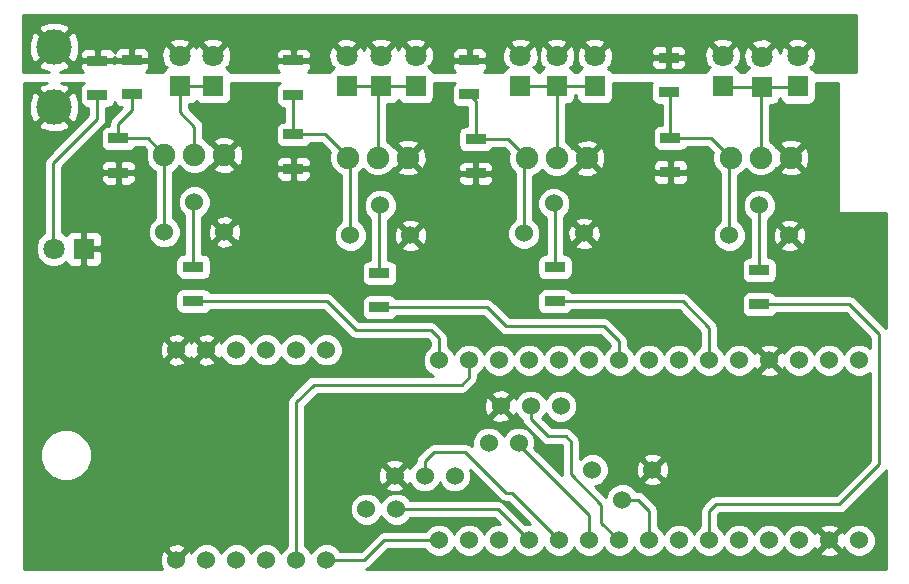
<source format=gbr>
G04 #@! TF.FileFunction,Copper,L1,Top,Signal*
%FSLAX46Y46*%
G04 Gerber Fmt 4.6, Leading zero omitted, Abs format (unit mm)*
G04 Created by KiCad (PCBNEW 4.0.5+dfsg1-4) date Wed Oct 25 15:58:38 2017*
%MOMM*%
%LPD*%
G01*
G04 APERTURE LIST*
%ADD10C,0.100000*%
%ADD11C,1.800000*%
%ADD12R,1.800000X1.800000*%
%ADD13C,1.524000*%
%ADD14R,1.700000X0.900000*%
%ADD15C,1.900000*%
%ADD16C,3.000000*%
%ADD17C,0.250000*%
%ADD18C,0.254000*%
G04 APERTURE END LIST*
D10*
D11*
X49184560Y-27823160D03*
D12*
X49184560Y-30363160D03*
D13*
X64993520Y-66192400D03*
X67533520Y-66192400D03*
X75341480Y-60614560D03*
X77881480Y-60614560D03*
D11*
X52003960Y-27823160D03*
D12*
X52003960Y-30363160D03*
D11*
X38531800Y-44145200D03*
D12*
X41071800Y-44145200D03*
D11*
X95158560Y-27838400D03*
D12*
X95158560Y-30378400D03*
D11*
X98470720Y-27879040D03*
D12*
X98470720Y-30419040D03*
D11*
X101518720Y-27858720D03*
D12*
X101518720Y-30398720D03*
D11*
X78044040Y-27833320D03*
D12*
X78044040Y-30373320D03*
D11*
X81122520Y-27833320D03*
D12*
X81122520Y-30373320D03*
D11*
X84338160Y-27848560D03*
D12*
X84338160Y-30388560D03*
D11*
X63322200Y-27863800D03*
D12*
X63322200Y-30403800D03*
D11*
X69174360Y-27818080D03*
D12*
X69174360Y-30358080D03*
D11*
X66248280Y-27833320D03*
D12*
X66248280Y-30373320D03*
D13*
X72476360Y-63357760D03*
X69936360Y-63357760D03*
X67396360Y-63357760D03*
X81442560Y-57475120D03*
X78902560Y-57475120D03*
X76362560Y-57475120D03*
X50424080Y-40192960D03*
X52964080Y-42732960D03*
X47884080Y-42732960D03*
X98262440Y-40487600D03*
X100802440Y-43027600D03*
X95722440Y-43027600D03*
X80883760Y-40319960D03*
X83423760Y-42859960D03*
X78343760Y-42859960D03*
X66187320Y-40487600D03*
X68727320Y-43027600D03*
X63647320Y-43027600D03*
D14*
X50332640Y-45682240D03*
X50332640Y-48582240D03*
X45151040Y-28176560D03*
X45151040Y-31076560D03*
X43987720Y-34816120D03*
X43987720Y-37716120D03*
X42224960Y-28217200D03*
X42224960Y-31117200D03*
X98267520Y-45966720D03*
X98267520Y-48866720D03*
X90586560Y-27963200D03*
X90586560Y-30863200D03*
X90749120Y-34760240D03*
X90749120Y-37660240D03*
X80970120Y-45712720D03*
X80970120Y-48612720D03*
X73731120Y-28191800D03*
X73731120Y-31091800D03*
X74264520Y-34872000D03*
X74264520Y-37772000D03*
X66106040Y-46215640D03*
X66106040Y-49115640D03*
X58816240Y-28212120D03*
X58816240Y-31112120D03*
X58826400Y-34475760D03*
X58826400Y-37375760D03*
D13*
X106720640Y-53609240D03*
X104180640Y-53609240D03*
X101640640Y-53609240D03*
X99100640Y-53609240D03*
X96560640Y-53609240D03*
X94020640Y-53609240D03*
X91480640Y-53609240D03*
X88940640Y-53609240D03*
X86400640Y-53609240D03*
X83860640Y-53609240D03*
X81320640Y-53609240D03*
X78780640Y-53609240D03*
X76240640Y-53609240D03*
X73700640Y-53609240D03*
X71160640Y-53609240D03*
X106720640Y-68849240D03*
X104180640Y-68849240D03*
X101640640Y-68849240D03*
X99100640Y-68849240D03*
X96560640Y-68849240D03*
X94020640Y-68849240D03*
X91480640Y-68849240D03*
X88940640Y-68849240D03*
X86400640Y-68849240D03*
X83860640Y-68849240D03*
X81320640Y-68849240D03*
X78780640Y-68849240D03*
X76240640Y-68849240D03*
X73700640Y-68849240D03*
X71160640Y-68849240D03*
D15*
X47889160Y-36210240D03*
X50429160Y-36210240D03*
X52969160Y-36210240D03*
D13*
X86674960Y-65405000D03*
X84134960Y-62865000D03*
X89214960Y-62865000D03*
D15*
X95834200Y-36433760D03*
X98374200Y-36433760D03*
X100914200Y-36433760D03*
D13*
X48910240Y-70500240D03*
X51450240Y-70500240D03*
X53990240Y-70500240D03*
X56530240Y-70500240D03*
X59070240Y-70500240D03*
X61610240Y-70500240D03*
X48910240Y-52720240D03*
X51450240Y-52720240D03*
X53990240Y-52720240D03*
X56530240Y-52720240D03*
X59070240Y-52720240D03*
X61610240Y-52720240D03*
D15*
X78567280Y-36489640D03*
X81107280Y-36489640D03*
X83647280Y-36489640D03*
X63423800Y-36433760D03*
X65963800Y-36433760D03*
X68503800Y-36433760D03*
D16*
X38562280Y-27076400D03*
X38562280Y-32156400D03*
D17*
X49184560Y-30363160D02*
X52003960Y-30363160D01*
X50429160Y-36210240D02*
X50429160Y-33802320D01*
X49184560Y-32557720D02*
X49184560Y-30363160D01*
X50429160Y-33802320D02*
X49184560Y-32557720D01*
X50332640Y-45682240D02*
X50332640Y-40284400D01*
X50332640Y-40284400D02*
X50424080Y-40192960D01*
X47884080Y-42732960D02*
X47884080Y-36215320D01*
X47884080Y-36215320D02*
X47889160Y-36210240D01*
X43987720Y-34816120D02*
X46495040Y-34816120D01*
X46495040Y-34816120D02*
X47889160Y-36210240D01*
X45151040Y-31076560D02*
X45151040Y-32410400D01*
X43987720Y-33573720D02*
X43987720Y-34816120D01*
X45151040Y-32410400D02*
X43987720Y-33573720D01*
X98267520Y-45966720D02*
X98267520Y-40492680D01*
X98267520Y-40492680D02*
X98262440Y-40487600D01*
X95722440Y-43027600D02*
X95722440Y-36545520D01*
X95722440Y-36545520D02*
X95834200Y-36433760D01*
X90749120Y-34760240D02*
X94160680Y-34760240D01*
X94160680Y-34760240D02*
X95834200Y-36433760D01*
X90749120Y-34760240D02*
X90749120Y-31025760D01*
X90749120Y-31025760D02*
X90586560Y-30863200D01*
X80970120Y-45712720D02*
X80970120Y-40406320D01*
X80970120Y-40406320D02*
X80883760Y-40319960D01*
X78343760Y-42859960D02*
X78343760Y-36713160D01*
X78343760Y-36713160D02*
X78567280Y-36489640D01*
X74264520Y-34872000D02*
X76949640Y-34872000D01*
X76949640Y-34872000D02*
X78567280Y-36489640D01*
X74264520Y-34872000D02*
X74264520Y-31625200D01*
X74264520Y-31625200D02*
X73731120Y-31091800D01*
X66106040Y-46215640D02*
X66106040Y-40568880D01*
X66106040Y-40568880D02*
X66187320Y-40487600D01*
X63647320Y-43027600D02*
X63647320Y-36657280D01*
X63647320Y-36657280D02*
X63423800Y-36433760D01*
X58826400Y-34475760D02*
X61475280Y-34475760D01*
X61475280Y-34475760D02*
X63423800Y-36424280D01*
X63423800Y-36424280D02*
X63423800Y-36433760D01*
X58816240Y-31112120D02*
X58816240Y-34465600D01*
X58816240Y-34465600D02*
X58826400Y-34475760D01*
X50332640Y-48582240D02*
X61648000Y-48582240D01*
X71160640Y-51729640D02*
X71160640Y-53609240D01*
X70449440Y-51018440D02*
X71160640Y-51729640D01*
X64084200Y-51018440D02*
X70449440Y-51018440D01*
X61648000Y-48582240D02*
X64084200Y-51018440D01*
X98267520Y-48866720D02*
X105900560Y-48866720D01*
X94020640Y-66344800D02*
X94020640Y-68849240D01*
X94564200Y-65801240D02*
X94020640Y-66344800D01*
X105044240Y-65801240D02*
X94564200Y-65801240D01*
X108433280Y-62412200D02*
X105044240Y-65801240D01*
X108433280Y-51399440D02*
X108433280Y-62412200D01*
X105900560Y-48866720D02*
X108433280Y-51399440D01*
X80970120Y-48612720D02*
X91788320Y-48612720D01*
X94020640Y-50845040D02*
X94020640Y-53609240D01*
X91788320Y-48612720D02*
X94020640Y-50845040D01*
X66106040Y-49115640D02*
X75216680Y-49115640D01*
X86400640Y-51993800D02*
X86400640Y-53609240D01*
X85120480Y-50713640D02*
X86400640Y-51993800D01*
X76814680Y-50713640D02*
X85120480Y-50713640D01*
X75216680Y-49115640D02*
X76814680Y-50713640D01*
X86674960Y-65405000D02*
X88005920Y-65405000D01*
X88940640Y-66339720D02*
X88940640Y-68849240D01*
X88005920Y-65405000D02*
X88940640Y-66339720D01*
X78902560Y-57475120D02*
X78902560Y-58536840D01*
X84881720Y-67330320D02*
X86400640Y-68849240D01*
X84881720Y-65826640D02*
X84881720Y-67330320D01*
X82311240Y-63256160D02*
X84881720Y-65826640D01*
X82311240Y-60492640D02*
X82311240Y-63256160D01*
X81864200Y-60045600D02*
X82311240Y-60492640D01*
X80411320Y-60045600D02*
X81864200Y-60045600D01*
X78902560Y-58536840D02*
X80411320Y-60045600D01*
X77881480Y-60614560D02*
X77881480Y-60726320D01*
X77881480Y-60726320D02*
X83860640Y-66705480D01*
X83860640Y-66705480D02*
X83860640Y-68849240D01*
X69936360Y-63357760D02*
X69936360Y-62163960D01*
X77292200Y-64820800D02*
X81320640Y-68849240D01*
X76804520Y-64820800D02*
X77292200Y-64820800D01*
X73370440Y-61386720D02*
X76804520Y-64820800D01*
X70713600Y-61386720D02*
X73370440Y-61386720D01*
X69936360Y-62163960D02*
X70713600Y-61386720D01*
X67533520Y-66192400D02*
X76123800Y-66192400D01*
X76123800Y-66192400D02*
X78780640Y-68849240D01*
X66248280Y-30373320D02*
X69159120Y-30373320D01*
X69159120Y-30373320D02*
X69174360Y-30358080D01*
X66248280Y-30373320D02*
X63352680Y-30373320D01*
X63352680Y-30373320D02*
X63322200Y-30403800D01*
X65963800Y-36433760D02*
X65963800Y-30657800D01*
X65963800Y-30657800D02*
X66248280Y-30373320D01*
X42224960Y-31117200D02*
X42224960Y-33131760D01*
X38475920Y-36880800D02*
X38475920Y-44089320D01*
X42224960Y-33131760D02*
X38475920Y-36880800D01*
X38475920Y-44089320D02*
X38531800Y-44145200D01*
X98470720Y-30419040D02*
X101498400Y-30419040D01*
X101498400Y-30419040D02*
X101518720Y-30398720D01*
X98470720Y-30419040D02*
X95199200Y-30419040D01*
X95199200Y-30419040D02*
X95158560Y-30378400D01*
X98374200Y-36433760D02*
X98374200Y-30515560D01*
X98374200Y-30515560D02*
X98470720Y-30419040D01*
X81122520Y-30373320D02*
X84322920Y-30373320D01*
X84322920Y-30373320D02*
X84338160Y-30388560D01*
X81107280Y-36489640D02*
X81107280Y-30388560D01*
X81107280Y-30388560D02*
X81122520Y-30373320D01*
X81122520Y-30373320D02*
X78044040Y-30373320D01*
X59070240Y-70500240D02*
X59070240Y-57139840D01*
X73700640Y-55041800D02*
X73700640Y-53609240D01*
X73075800Y-55666640D02*
X73700640Y-55041800D01*
X60543440Y-55666640D02*
X73075800Y-55666640D01*
X59070240Y-57139840D02*
X60543440Y-55666640D01*
X61610240Y-70500240D02*
X64841120Y-70500240D01*
X66492120Y-68849240D02*
X71160640Y-68849240D01*
X64841120Y-70500240D02*
X66492120Y-68849240D01*
D18*
G36*
X106436160Y-29184600D02*
X102971174Y-29184600D01*
X102882810Y-29047279D01*
X102679146Y-28908122D01*
X102713438Y-28873830D01*
X102598881Y-28759273D01*
X102855363Y-28672868D01*
X103065178Y-28099384D01*
X103039559Y-27489260D01*
X102855363Y-27044572D01*
X102598879Y-26958166D01*
X101698325Y-27858720D01*
X101712468Y-27872863D01*
X101532863Y-28052468D01*
X101518720Y-28038325D01*
X101504578Y-28052468D01*
X101324973Y-27872863D01*
X101339115Y-27858720D01*
X100438561Y-26958166D01*
X100182077Y-27044572D01*
X99993658Y-27559574D01*
X99991559Y-27509580D01*
X99807363Y-27064892D01*
X99550879Y-26978486D01*
X98650325Y-27879040D01*
X98664468Y-27893183D01*
X98484863Y-28072788D01*
X98470720Y-28058645D01*
X98456578Y-28072788D01*
X98276973Y-27893183D01*
X98291115Y-27879040D01*
X97390561Y-26978486D01*
X97134077Y-27064892D01*
X96924262Y-27638376D01*
X96949881Y-28248500D01*
X97134077Y-28693188D01*
X97390559Y-28779593D01*
X97276002Y-28894150D01*
X97312480Y-28930628D01*
X97119279Y-29054950D01*
X97030693Y-29184600D01*
X96624089Y-29184600D01*
X96522650Y-29026959D01*
X96318986Y-28887802D01*
X96353278Y-28853510D01*
X96238721Y-28738953D01*
X96495203Y-28652548D01*
X96705018Y-28079064D01*
X96679399Y-27468940D01*
X96495203Y-27024252D01*
X96238719Y-26937846D01*
X95338165Y-27838400D01*
X95352308Y-27852543D01*
X95172703Y-28032148D01*
X95158560Y-28018005D01*
X95144418Y-28032148D01*
X94964813Y-27852543D01*
X94978955Y-27838400D01*
X94078401Y-26937846D01*
X93821917Y-27024252D01*
X93612102Y-27597736D01*
X93637721Y-28207860D01*
X93821917Y-28652548D01*
X94078399Y-28738953D01*
X93963842Y-28853510D01*
X94000320Y-28889988D01*
X93807119Y-29014310D01*
X93690765Y-29184600D01*
X85797151Y-29184600D01*
X85702250Y-29037119D01*
X85498586Y-28897962D01*
X85532878Y-28863670D01*
X85418321Y-28749113D01*
X85674803Y-28662708D01*
X85826180Y-28248950D01*
X89101560Y-28248950D01*
X89101560Y-28539509D01*
X89198233Y-28772898D01*
X89376861Y-28951527D01*
X89610250Y-29048200D01*
X90300810Y-29048200D01*
X90459560Y-28889450D01*
X90459560Y-28090200D01*
X90713560Y-28090200D01*
X90713560Y-28889450D01*
X90872310Y-29048200D01*
X91562870Y-29048200D01*
X91796259Y-28951527D01*
X91974887Y-28772898D01*
X92071560Y-28539509D01*
X92071560Y-28248950D01*
X91912810Y-28090200D01*
X90713560Y-28090200D01*
X90459560Y-28090200D01*
X89260310Y-28090200D01*
X89101560Y-28248950D01*
X85826180Y-28248950D01*
X85884618Y-28089224D01*
X85858999Y-27479100D01*
X85820805Y-27386891D01*
X89101560Y-27386891D01*
X89101560Y-27677450D01*
X89260310Y-27836200D01*
X90459560Y-27836200D01*
X90459560Y-27036950D01*
X90713560Y-27036950D01*
X90713560Y-27836200D01*
X91912810Y-27836200D01*
X92071560Y-27677450D01*
X92071560Y-27386891D01*
X91974887Y-27153502D01*
X91796259Y-26974873D01*
X91562870Y-26878200D01*
X90872310Y-26878200D01*
X90713560Y-27036950D01*
X90459560Y-27036950D01*
X90300810Y-26878200D01*
X89610250Y-26878200D01*
X89376861Y-26974873D01*
X89198233Y-27153502D01*
X89101560Y-27386891D01*
X85820805Y-27386891D01*
X85674803Y-27034412D01*
X85418319Y-26948006D01*
X84517765Y-27848560D01*
X84531908Y-27862703D01*
X84352303Y-28042308D01*
X84338160Y-28028165D01*
X84324018Y-28042308D01*
X84144413Y-27862703D01*
X84158555Y-27848560D01*
X83258001Y-26948006D01*
X83001517Y-27034412D01*
X82791702Y-27607896D01*
X82817321Y-28218020D01*
X83001517Y-28662708D01*
X83257999Y-28749113D01*
X83143442Y-28863670D01*
X83179920Y-28900148D01*
X82986719Y-29024470D01*
X82877307Y-29184600D01*
X82591318Y-29184600D01*
X82486610Y-29021879D01*
X82282946Y-28882722D01*
X82317238Y-28848430D01*
X82202681Y-28733873D01*
X82459163Y-28647468D01*
X82668978Y-28073984D01*
X82643359Y-27463860D01*
X82459163Y-27019172D01*
X82202679Y-26932766D01*
X81302125Y-27833320D01*
X81316268Y-27847463D01*
X81136663Y-28027068D01*
X81122520Y-28012925D01*
X81108378Y-28027068D01*
X80928773Y-27847463D01*
X80942915Y-27833320D01*
X80042361Y-26932766D01*
X79785877Y-27019172D01*
X79576062Y-27592656D01*
X79601681Y-28202780D01*
X79785877Y-28647468D01*
X80042359Y-28733873D01*
X79927802Y-28848430D01*
X79964280Y-28884908D01*
X79771079Y-29009230D01*
X79651254Y-29184600D01*
X79512838Y-29184600D01*
X79408130Y-29021879D01*
X79204466Y-28882722D01*
X79238758Y-28848430D01*
X79124201Y-28733873D01*
X79380683Y-28647468D01*
X79590498Y-28073984D01*
X79564879Y-27463860D01*
X79380683Y-27019172D01*
X79124199Y-26932766D01*
X78223645Y-27833320D01*
X78237788Y-27847463D01*
X78058183Y-28027068D01*
X78044040Y-28012925D01*
X78029898Y-28027068D01*
X77850293Y-27847463D01*
X77864435Y-27833320D01*
X76963881Y-26932766D01*
X76707397Y-27019172D01*
X76497582Y-27592656D01*
X76523201Y-28202780D01*
X76707397Y-28647468D01*
X76963879Y-28733873D01*
X76849322Y-28848430D01*
X76885800Y-28884908D01*
X76692599Y-29009230D01*
X76572774Y-29184600D01*
X74930020Y-29184600D01*
X74940819Y-29180127D01*
X75119447Y-29001498D01*
X75216120Y-28768109D01*
X75216120Y-28477550D01*
X75057370Y-28318800D01*
X73858120Y-28318800D01*
X73858120Y-28338800D01*
X73604120Y-28338800D01*
X73604120Y-28318800D01*
X72404870Y-28318800D01*
X72246120Y-28477550D01*
X72246120Y-28768109D01*
X72342793Y-29001498D01*
X72521421Y-29180127D01*
X72532220Y-29184600D01*
X70652965Y-29184600D01*
X70538450Y-29006639D01*
X70334786Y-28867482D01*
X70369078Y-28833190D01*
X70254521Y-28718633D01*
X70511003Y-28632228D01*
X70720818Y-28058744D01*
X70702206Y-27615491D01*
X72246120Y-27615491D01*
X72246120Y-27906050D01*
X72404870Y-28064800D01*
X73604120Y-28064800D01*
X73604120Y-27265550D01*
X73858120Y-27265550D01*
X73858120Y-28064800D01*
X75057370Y-28064800D01*
X75216120Y-27906050D01*
X75216120Y-27615491D01*
X75119447Y-27382102D01*
X74940819Y-27203473D01*
X74707430Y-27106800D01*
X74016870Y-27106800D01*
X73858120Y-27265550D01*
X73604120Y-27265550D01*
X73445370Y-27106800D01*
X72754810Y-27106800D01*
X72521421Y-27203473D01*
X72342793Y-27382102D01*
X72246120Y-27615491D01*
X70702206Y-27615491D01*
X70695199Y-27448620D01*
X70511003Y-27003932D01*
X70254519Y-26917526D01*
X69353965Y-27818080D01*
X69368108Y-27832223D01*
X69188503Y-28011828D01*
X69174360Y-27997685D01*
X69160218Y-28011828D01*
X68980613Y-27832223D01*
X68994755Y-27818080D01*
X68094201Y-26917526D01*
X67837717Y-27003932D01*
X67716194Y-27336088D01*
X67584923Y-27019172D01*
X67328439Y-26932766D01*
X66427885Y-27833320D01*
X66442028Y-27847463D01*
X66262423Y-28027068D01*
X66248280Y-28012925D01*
X66234138Y-28027068D01*
X66054533Y-27847463D01*
X66068675Y-27833320D01*
X65168121Y-26932766D01*
X64911637Y-27019172D01*
X64787154Y-27359421D01*
X64658843Y-27049652D01*
X64402359Y-26963246D01*
X63501805Y-27863800D01*
X63515948Y-27877943D01*
X63336343Y-28057548D01*
X63322200Y-28043405D01*
X63308058Y-28057548D01*
X63128453Y-27877943D01*
X63142595Y-27863800D01*
X62242041Y-26963246D01*
X61985557Y-27049652D01*
X61775742Y-27623136D01*
X61801361Y-28233260D01*
X61985557Y-28677948D01*
X62242039Y-28764353D01*
X62127482Y-28878910D01*
X62163960Y-28915388D01*
X61970759Y-29039710D01*
X61871760Y-29184600D01*
X60041786Y-29184600D01*
X60204567Y-29021818D01*
X60301240Y-28788429D01*
X60301240Y-28497870D01*
X60142490Y-28339120D01*
X58943240Y-28339120D01*
X58943240Y-28359120D01*
X58689240Y-28359120D01*
X58689240Y-28339120D01*
X57489990Y-28339120D01*
X57331240Y-28497870D01*
X57331240Y-28788429D01*
X57427913Y-29021818D01*
X57590694Y-29184600D01*
X53479296Y-29184600D01*
X53368050Y-29011719D01*
X53164386Y-28872562D01*
X53198678Y-28838270D01*
X53084121Y-28723713D01*
X53340603Y-28637308D01*
X53550418Y-28063824D01*
X53532446Y-27635811D01*
X57331240Y-27635811D01*
X57331240Y-27926370D01*
X57489990Y-28085120D01*
X58689240Y-28085120D01*
X58689240Y-27285870D01*
X58943240Y-27285870D01*
X58943240Y-28085120D01*
X60142490Y-28085120D01*
X60301240Y-27926370D01*
X60301240Y-27635811D01*
X60204567Y-27402422D01*
X60025939Y-27223793D01*
X59792550Y-27127120D01*
X59101990Y-27127120D01*
X58943240Y-27285870D01*
X58689240Y-27285870D01*
X58530490Y-27127120D01*
X57839930Y-27127120D01*
X57606541Y-27223793D01*
X57427913Y-27402422D01*
X57331240Y-27635811D01*
X53532446Y-27635811D01*
X53524799Y-27453700D01*
X53340603Y-27009012D01*
X53084119Y-26922606D01*
X52183565Y-27823160D01*
X52197708Y-27837303D01*
X52018103Y-28016908D01*
X52003960Y-28002765D01*
X51989818Y-28016908D01*
X51810213Y-27837303D01*
X51824355Y-27823160D01*
X50923801Y-26922606D01*
X50667317Y-27009012D01*
X50598789Y-27196320D01*
X50521203Y-27009012D01*
X50264719Y-26922606D01*
X49364165Y-27823160D01*
X49378308Y-27837303D01*
X49198703Y-28016908D01*
X49184560Y-28002765D01*
X49170418Y-28016908D01*
X48990813Y-27837303D01*
X49004955Y-27823160D01*
X48104401Y-26922606D01*
X47847917Y-27009012D01*
X47638102Y-27582496D01*
X47663721Y-28192620D01*
X47847917Y-28637308D01*
X48104399Y-28723713D01*
X47989842Y-28838270D01*
X48026320Y-28874748D01*
X47833119Y-28999070D01*
X47706352Y-29184600D01*
X46313148Y-29184600D01*
X46360739Y-29164887D01*
X46539367Y-28986258D01*
X46636040Y-28752869D01*
X46636040Y-28462310D01*
X46477290Y-28303560D01*
X45278040Y-28303560D01*
X45278040Y-28323560D01*
X45024040Y-28323560D01*
X45024040Y-28303560D01*
X43824790Y-28303560D01*
X43667680Y-28460670D01*
X43551210Y-28344200D01*
X42351960Y-28344200D01*
X42351960Y-28364200D01*
X42097960Y-28364200D01*
X42097960Y-28344200D01*
X40898710Y-28344200D01*
X40739960Y-28502950D01*
X40739960Y-28793509D01*
X40836633Y-29026898D01*
X40994334Y-29184600D01*
X39071840Y-29184600D01*
X39736862Y-28909139D01*
X39896645Y-28590370D01*
X38562280Y-27256005D01*
X37227915Y-28590370D01*
X37387698Y-28909139D01*
X38090399Y-29184600D01*
X35941000Y-29184600D01*
X35941000Y-26692587D01*
X36419557Y-26692587D01*
X36435783Y-27541787D01*
X36729541Y-28250982D01*
X37048310Y-28410765D01*
X38382675Y-27076400D01*
X38741885Y-27076400D01*
X40076250Y-28410765D01*
X40395019Y-28250982D01*
X40634176Y-27640891D01*
X40739960Y-27640891D01*
X40739960Y-27931450D01*
X40898710Y-28090200D01*
X42097960Y-28090200D01*
X42097960Y-27290950D01*
X42351960Y-27290950D01*
X42351960Y-28090200D01*
X43551210Y-28090200D01*
X43708320Y-27933090D01*
X43824790Y-28049560D01*
X45024040Y-28049560D01*
X45024040Y-27250310D01*
X45278040Y-27250310D01*
X45278040Y-28049560D01*
X46477290Y-28049560D01*
X46636040Y-27890810D01*
X46636040Y-27600251D01*
X46539367Y-27366862D01*
X46360739Y-27188233D01*
X46127350Y-27091560D01*
X45436790Y-27091560D01*
X45278040Y-27250310D01*
X45024040Y-27250310D01*
X44865290Y-27091560D01*
X44174730Y-27091560D01*
X43941341Y-27188233D01*
X43762713Y-27366862D01*
X43679583Y-27567555D01*
X43613287Y-27407502D01*
X43434659Y-27228873D01*
X43201270Y-27132200D01*
X42510710Y-27132200D01*
X42351960Y-27290950D01*
X42097960Y-27290950D01*
X41939210Y-27132200D01*
X41248650Y-27132200D01*
X41015261Y-27228873D01*
X40836633Y-27407502D01*
X40739960Y-27640891D01*
X40634176Y-27640891D01*
X40705003Y-27460213D01*
X40691299Y-26743001D01*
X48284006Y-26743001D01*
X49184560Y-27643555D01*
X50085114Y-26743001D01*
X51103406Y-26743001D01*
X52003960Y-27643555D01*
X52863874Y-26783641D01*
X62421646Y-26783641D01*
X63322200Y-27684195D01*
X64222754Y-26783641D01*
X64212486Y-26753161D01*
X65347726Y-26753161D01*
X66248280Y-27653715D01*
X67148834Y-26753161D01*
X67143700Y-26737921D01*
X68273806Y-26737921D01*
X69174360Y-27638475D01*
X70059674Y-26753161D01*
X77143486Y-26753161D01*
X78044040Y-27653715D01*
X78944594Y-26753161D01*
X80221966Y-26753161D01*
X81122520Y-27653715D01*
X82007834Y-26768401D01*
X83437606Y-26768401D01*
X84338160Y-27668955D01*
X85238714Y-26768401D01*
X85235292Y-26758241D01*
X94258006Y-26758241D01*
X95158560Y-27658795D01*
X96018474Y-26798881D01*
X97570166Y-26798881D01*
X98470720Y-27699435D01*
X99371274Y-26798881D01*
X99364429Y-26778561D01*
X100618166Y-26778561D01*
X101518720Y-27679115D01*
X102419274Y-26778561D01*
X102332868Y-26522077D01*
X101759384Y-26312262D01*
X101149260Y-26337881D01*
X100704572Y-26522077D01*
X100618166Y-26778561D01*
X99364429Y-26778561D01*
X99284868Y-26542397D01*
X98711384Y-26332582D01*
X98101260Y-26358201D01*
X97656572Y-26542397D01*
X97570166Y-26798881D01*
X96018474Y-26798881D01*
X96059114Y-26758241D01*
X95972708Y-26501757D01*
X95399224Y-26291942D01*
X94789100Y-26317561D01*
X94344412Y-26501757D01*
X94258006Y-26758241D01*
X85235292Y-26758241D01*
X85152308Y-26511917D01*
X84578824Y-26302102D01*
X83968700Y-26327721D01*
X83524012Y-26511917D01*
X83437606Y-26768401D01*
X82007834Y-26768401D01*
X82023074Y-26753161D01*
X81936668Y-26496677D01*
X81363184Y-26286862D01*
X80753060Y-26312481D01*
X80308372Y-26496677D01*
X80221966Y-26753161D01*
X78944594Y-26753161D01*
X78858188Y-26496677D01*
X78284704Y-26286862D01*
X77674580Y-26312481D01*
X77229892Y-26496677D01*
X77143486Y-26753161D01*
X70059674Y-26753161D01*
X70074914Y-26737921D01*
X69988508Y-26481437D01*
X69415024Y-26271622D01*
X68804900Y-26297241D01*
X68360212Y-26481437D01*
X68273806Y-26737921D01*
X67143700Y-26737921D01*
X67062428Y-26496677D01*
X66488944Y-26286862D01*
X65878820Y-26312481D01*
X65434132Y-26496677D01*
X65347726Y-26753161D01*
X64212486Y-26753161D01*
X64136348Y-26527157D01*
X63562864Y-26317342D01*
X62952740Y-26342961D01*
X62508052Y-26527157D01*
X62421646Y-26783641D01*
X52863874Y-26783641D01*
X52904514Y-26743001D01*
X52818108Y-26486517D01*
X52244624Y-26276702D01*
X51634500Y-26302321D01*
X51189812Y-26486517D01*
X51103406Y-26743001D01*
X50085114Y-26743001D01*
X49998708Y-26486517D01*
X49425224Y-26276702D01*
X48815100Y-26302321D01*
X48370412Y-26486517D01*
X48284006Y-26743001D01*
X40691299Y-26743001D01*
X40688777Y-26611013D01*
X40395019Y-25901818D01*
X40076250Y-25742035D01*
X38741885Y-27076400D01*
X38382675Y-27076400D01*
X37048310Y-25742035D01*
X36729541Y-25901818D01*
X36419557Y-26692587D01*
X35941000Y-26692587D01*
X35941000Y-26025369D01*
X35945025Y-25562430D01*
X37227915Y-25562430D01*
X38562280Y-26896795D01*
X39896645Y-25562430D01*
X39736862Y-25243661D01*
X38946093Y-24933677D01*
X38096893Y-24949903D01*
X37387698Y-25243661D01*
X37227915Y-25562430D01*
X35945025Y-25562430D01*
X35955140Y-24399240D01*
X106436160Y-24399240D01*
X106436160Y-29184600D01*
X106436160Y-29184600D01*
G37*
X106436160Y-29184600D02*
X102971174Y-29184600D01*
X102882810Y-29047279D01*
X102679146Y-28908122D01*
X102713438Y-28873830D01*
X102598881Y-28759273D01*
X102855363Y-28672868D01*
X103065178Y-28099384D01*
X103039559Y-27489260D01*
X102855363Y-27044572D01*
X102598879Y-26958166D01*
X101698325Y-27858720D01*
X101712468Y-27872863D01*
X101532863Y-28052468D01*
X101518720Y-28038325D01*
X101504578Y-28052468D01*
X101324973Y-27872863D01*
X101339115Y-27858720D01*
X100438561Y-26958166D01*
X100182077Y-27044572D01*
X99993658Y-27559574D01*
X99991559Y-27509580D01*
X99807363Y-27064892D01*
X99550879Y-26978486D01*
X98650325Y-27879040D01*
X98664468Y-27893183D01*
X98484863Y-28072788D01*
X98470720Y-28058645D01*
X98456578Y-28072788D01*
X98276973Y-27893183D01*
X98291115Y-27879040D01*
X97390561Y-26978486D01*
X97134077Y-27064892D01*
X96924262Y-27638376D01*
X96949881Y-28248500D01*
X97134077Y-28693188D01*
X97390559Y-28779593D01*
X97276002Y-28894150D01*
X97312480Y-28930628D01*
X97119279Y-29054950D01*
X97030693Y-29184600D01*
X96624089Y-29184600D01*
X96522650Y-29026959D01*
X96318986Y-28887802D01*
X96353278Y-28853510D01*
X96238721Y-28738953D01*
X96495203Y-28652548D01*
X96705018Y-28079064D01*
X96679399Y-27468940D01*
X96495203Y-27024252D01*
X96238719Y-26937846D01*
X95338165Y-27838400D01*
X95352308Y-27852543D01*
X95172703Y-28032148D01*
X95158560Y-28018005D01*
X95144418Y-28032148D01*
X94964813Y-27852543D01*
X94978955Y-27838400D01*
X94078401Y-26937846D01*
X93821917Y-27024252D01*
X93612102Y-27597736D01*
X93637721Y-28207860D01*
X93821917Y-28652548D01*
X94078399Y-28738953D01*
X93963842Y-28853510D01*
X94000320Y-28889988D01*
X93807119Y-29014310D01*
X93690765Y-29184600D01*
X85797151Y-29184600D01*
X85702250Y-29037119D01*
X85498586Y-28897962D01*
X85532878Y-28863670D01*
X85418321Y-28749113D01*
X85674803Y-28662708D01*
X85826180Y-28248950D01*
X89101560Y-28248950D01*
X89101560Y-28539509D01*
X89198233Y-28772898D01*
X89376861Y-28951527D01*
X89610250Y-29048200D01*
X90300810Y-29048200D01*
X90459560Y-28889450D01*
X90459560Y-28090200D01*
X90713560Y-28090200D01*
X90713560Y-28889450D01*
X90872310Y-29048200D01*
X91562870Y-29048200D01*
X91796259Y-28951527D01*
X91974887Y-28772898D01*
X92071560Y-28539509D01*
X92071560Y-28248950D01*
X91912810Y-28090200D01*
X90713560Y-28090200D01*
X90459560Y-28090200D01*
X89260310Y-28090200D01*
X89101560Y-28248950D01*
X85826180Y-28248950D01*
X85884618Y-28089224D01*
X85858999Y-27479100D01*
X85820805Y-27386891D01*
X89101560Y-27386891D01*
X89101560Y-27677450D01*
X89260310Y-27836200D01*
X90459560Y-27836200D01*
X90459560Y-27036950D01*
X90713560Y-27036950D01*
X90713560Y-27836200D01*
X91912810Y-27836200D01*
X92071560Y-27677450D01*
X92071560Y-27386891D01*
X91974887Y-27153502D01*
X91796259Y-26974873D01*
X91562870Y-26878200D01*
X90872310Y-26878200D01*
X90713560Y-27036950D01*
X90459560Y-27036950D01*
X90300810Y-26878200D01*
X89610250Y-26878200D01*
X89376861Y-26974873D01*
X89198233Y-27153502D01*
X89101560Y-27386891D01*
X85820805Y-27386891D01*
X85674803Y-27034412D01*
X85418319Y-26948006D01*
X84517765Y-27848560D01*
X84531908Y-27862703D01*
X84352303Y-28042308D01*
X84338160Y-28028165D01*
X84324018Y-28042308D01*
X84144413Y-27862703D01*
X84158555Y-27848560D01*
X83258001Y-26948006D01*
X83001517Y-27034412D01*
X82791702Y-27607896D01*
X82817321Y-28218020D01*
X83001517Y-28662708D01*
X83257999Y-28749113D01*
X83143442Y-28863670D01*
X83179920Y-28900148D01*
X82986719Y-29024470D01*
X82877307Y-29184600D01*
X82591318Y-29184600D01*
X82486610Y-29021879D01*
X82282946Y-28882722D01*
X82317238Y-28848430D01*
X82202681Y-28733873D01*
X82459163Y-28647468D01*
X82668978Y-28073984D01*
X82643359Y-27463860D01*
X82459163Y-27019172D01*
X82202679Y-26932766D01*
X81302125Y-27833320D01*
X81316268Y-27847463D01*
X81136663Y-28027068D01*
X81122520Y-28012925D01*
X81108378Y-28027068D01*
X80928773Y-27847463D01*
X80942915Y-27833320D01*
X80042361Y-26932766D01*
X79785877Y-27019172D01*
X79576062Y-27592656D01*
X79601681Y-28202780D01*
X79785877Y-28647468D01*
X80042359Y-28733873D01*
X79927802Y-28848430D01*
X79964280Y-28884908D01*
X79771079Y-29009230D01*
X79651254Y-29184600D01*
X79512838Y-29184600D01*
X79408130Y-29021879D01*
X79204466Y-28882722D01*
X79238758Y-28848430D01*
X79124201Y-28733873D01*
X79380683Y-28647468D01*
X79590498Y-28073984D01*
X79564879Y-27463860D01*
X79380683Y-27019172D01*
X79124199Y-26932766D01*
X78223645Y-27833320D01*
X78237788Y-27847463D01*
X78058183Y-28027068D01*
X78044040Y-28012925D01*
X78029898Y-28027068D01*
X77850293Y-27847463D01*
X77864435Y-27833320D01*
X76963881Y-26932766D01*
X76707397Y-27019172D01*
X76497582Y-27592656D01*
X76523201Y-28202780D01*
X76707397Y-28647468D01*
X76963879Y-28733873D01*
X76849322Y-28848430D01*
X76885800Y-28884908D01*
X76692599Y-29009230D01*
X76572774Y-29184600D01*
X74930020Y-29184600D01*
X74940819Y-29180127D01*
X75119447Y-29001498D01*
X75216120Y-28768109D01*
X75216120Y-28477550D01*
X75057370Y-28318800D01*
X73858120Y-28318800D01*
X73858120Y-28338800D01*
X73604120Y-28338800D01*
X73604120Y-28318800D01*
X72404870Y-28318800D01*
X72246120Y-28477550D01*
X72246120Y-28768109D01*
X72342793Y-29001498D01*
X72521421Y-29180127D01*
X72532220Y-29184600D01*
X70652965Y-29184600D01*
X70538450Y-29006639D01*
X70334786Y-28867482D01*
X70369078Y-28833190D01*
X70254521Y-28718633D01*
X70511003Y-28632228D01*
X70720818Y-28058744D01*
X70702206Y-27615491D01*
X72246120Y-27615491D01*
X72246120Y-27906050D01*
X72404870Y-28064800D01*
X73604120Y-28064800D01*
X73604120Y-27265550D01*
X73858120Y-27265550D01*
X73858120Y-28064800D01*
X75057370Y-28064800D01*
X75216120Y-27906050D01*
X75216120Y-27615491D01*
X75119447Y-27382102D01*
X74940819Y-27203473D01*
X74707430Y-27106800D01*
X74016870Y-27106800D01*
X73858120Y-27265550D01*
X73604120Y-27265550D01*
X73445370Y-27106800D01*
X72754810Y-27106800D01*
X72521421Y-27203473D01*
X72342793Y-27382102D01*
X72246120Y-27615491D01*
X70702206Y-27615491D01*
X70695199Y-27448620D01*
X70511003Y-27003932D01*
X70254519Y-26917526D01*
X69353965Y-27818080D01*
X69368108Y-27832223D01*
X69188503Y-28011828D01*
X69174360Y-27997685D01*
X69160218Y-28011828D01*
X68980613Y-27832223D01*
X68994755Y-27818080D01*
X68094201Y-26917526D01*
X67837717Y-27003932D01*
X67716194Y-27336088D01*
X67584923Y-27019172D01*
X67328439Y-26932766D01*
X66427885Y-27833320D01*
X66442028Y-27847463D01*
X66262423Y-28027068D01*
X66248280Y-28012925D01*
X66234138Y-28027068D01*
X66054533Y-27847463D01*
X66068675Y-27833320D01*
X65168121Y-26932766D01*
X64911637Y-27019172D01*
X64787154Y-27359421D01*
X64658843Y-27049652D01*
X64402359Y-26963246D01*
X63501805Y-27863800D01*
X63515948Y-27877943D01*
X63336343Y-28057548D01*
X63322200Y-28043405D01*
X63308058Y-28057548D01*
X63128453Y-27877943D01*
X63142595Y-27863800D01*
X62242041Y-26963246D01*
X61985557Y-27049652D01*
X61775742Y-27623136D01*
X61801361Y-28233260D01*
X61985557Y-28677948D01*
X62242039Y-28764353D01*
X62127482Y-28878910D01*
X62163960Y-28915388D01*
X61970759Y-29039710D01*
X61871760Y-29184600D01*
X60041786Y-29184600D01*
X60204567Y-29021818D01*
X60301240Y-28788429D01*
X60301240Y-28497870D01*
X60142490Y-28339120D01*
X58943240Y-28339120D01*
X58943240Y-28359120D01*
X58689240Y-28359120D01*
X58689240Y-28339120D01*
X57489990Y-28339120D01*
X57331240Y-28497870D01*
X57331240Y-28788429D01*
X57427913Y-29021818D01*
X57590694Y-29184600D01*
X53479296Y-29184600D01*
X53368050Y-29011719D01*
X53164386Y-28872562D01*
X53198678Y-28838270D01*
X53084121Y-28723713D01*
X53340603Y-28637308D01*
X53550418Y-28063824D01*
X53532446Y-27635811D01*
X57331240Y-27635811D01*
X57331240Y-27926370D01*
X57489990Y-28085120D01*
X58689240Y-28085120D01*
X58689240Y-27285870D01*
X58943240Y-27285870D01*
X58943240Y-28085120D01*
X60142490Y-28085120D01*
X60301240Y-27926370D01*
X60301240Y-27635811D01*
X60204567Y-27402422D01*
X60025939Y-27223793D01*
X59792550Y-27127120D01*
X59101990Y-27127120D01*
X58943240Y-27285870D01*
X58689240Y-27285870D01*
X58530490Y-27127120D01*
X57839930Y-27127120D01*
X57606541Y-27223793D01*
X57427913Y-27402422D01*
X57331240Y-27635811D01*
X53532446Y-27635811D01*
X53524799Y-27453700D01*
X53340603Y-27009012D01*
X53084119Y-26922606D01*
X52183565Y-27823160D01*
X52197708Y-27837303D01*
X52018103Y-28016908D01*
X52003960Y-28002765D01*
X51989818Y-28016908D01*
X51810213Y-27837303D01*
X51824355Y-27823160D01*
X50923801Y-26922606D01*
X50667317Y-27009012D01*
X50598789Y-27196320D01*
X50521203Y-27009012D01*
X50264719Y-26922606D01*
X49364165Y-27823160D01*
X49378308Y-27837303D01*
X49198703Y-28016908D01*
X49184560Y-28002765D01*
X49170418Y-28016908D01*
X48990813Y-27837303D01*
X49004955Y-27823160D01*
X48104401Y-26922606D01*
X47847917Y-27009012D01*
X47638102Y-27582496D01*
X47663721Y-28192620D01*
X47847917Y-28637308D01*
X48104399Y-28723713D01*
X47989842Y-28838270D01*
X48026320Y-28874748D01*
X47833119Y-28999070D01*
X47706352Y-29184600D01*
X46313148Y-29184600D01*
X46360739Y-29164887D01*
X46539367Y-28986258D01*
X46636040Y-28752869D01*
X46636040Y-28462310D01*
X46477290Y-28303560D01*
X45278040Y-28303560D01*
X45278040Y-28323560D01*
X45024040Y-28323560D01*
X45024040Y-28303560D01*
X43824790Y-28303560D01*
X43667680Y-28460670D01*
X43551210Y-28344200D01*
X42351960Y-28344200D01*
X42351960Y-28364200D01*
X42097960Y-28364200D01*
X42097960Y-28344200D01*
X40898710Y-28344200D01*
X40739960Y-28502950D01*
X40739960Y-28793509D01*
X40836633Y-29026898D01*
X40994334Y-29184600D01*
X39071840Y-29184600D01*
X39736862Y-28909139D01*
X39896645Y-28590370D01*
X38562280Y-27256005D01*
X37227915Y-28590370D01*
X37387698Y-28909139D01*
X38090399Y-29184600D01*
X35941000Y-29184600D01*
X35941000Y-26692587D01*
X36419557Y-26692587D01*
X36435783Y-27541787D01*
X36729541Y-28250982D01*
X37048310Y-28410765D01*
X38382675Y-27076400D01*
X38741885Y-27076400D01*
X40076250Y-28410765D01*
X40395019Y-28250982D01*
X40634176Y-27640891D01*
X40739960Y-27640891D01*
X40739960Y-27931450D01*
X40898710Y-28090200D01*
X42097960Y-28090200D01*
X42097960Y-27290950D01*
X42351960Y-27290950D01*
X42351960Y-28090200D01*
X43551210Y-28090200D01*
X43708320Y-27933090D01*
X43824790Y-28049560D01*
X45024040Y-28049560D01*
X45024040Y-27250310D01*
X45278040Y-27250310D01*
X45278040Y-28049560D01*
X46477290Y-28049560D01*
X46636040Y-27890810D01*
X46636040Y-27600251D01*
X46539367Y-27366862D01*
X46360739Y-27188233D01*
X46127350Y-27091560D01*
X45436790Y-27091560D01*
X45278040Y-27250310D01*
X45024040Y-27250310D01*
X44865290Y-27091560D01*
X44174730Y-27091560D01*
X43941341Y-27188233D01*
X43762713Y-27366862D01*
X43679583Y-27567555D01*
X43613287Y-27407502D01*
X43434659Y-27228873D01*
X43201270Y-27132200D01*
X42510710Y-27132200D01*
X42351960Y-27290950D01*
X42097960Y-27290950D01*
X41939210Y-27132200D01*
X41248650Y-27132200D01*
X41015261Y-27228873D01*
X40836633Y-27407502D01*
X40739960Y-27640891D01*
X40634176Y-27640891D01*
X40705003Y-27460213D01*
X40691299Y-26743001D01*
X48284006Y-26743001D01*
X49184560Y-27643555D01*
X50085114Y-26743001D01*
X51103406Y-26743001D01*
X52003960Y-27643555D01*
X52863874Y-26783641D01*
X62421646Y-26783641D01*
X63322200Y-27684195D01*
X64222754Y-26783641D01*
X64212486Y-26753161D01*
X65347726Y-26753161D01*
X66248280Y-27653715D01*
X67148834Y-26753161D01*
X67143700Y-26737921D01*
X68273806Y-26737921D01*
X69174360Y-27638475D01*
X70059674Y-26753161D01*
X77143486Y-26753161D01*
X78044040Y-27653715D01*
X78944594Y-26753161D01*
X80221966Y-26753161D01*
X81122520Y-27653715D01*
X82007834Y-26768401D01*
X83437606Y-26768401D01*
X84338160Y-27668955D01*
X85238714Y-26768401D01*
X85235292Y-26758241D01*
X94258006Y-26758241D01*
X95158560Y-27658795D01*
X96018474Y-26798881D01*
X97570166Y-26798881D01*
X98470720Y-27699435D01*
X99371274Y-26798881D01*
X99364429Y-26778561D01*
X100618166Y-26778561D01*
X101518720Y-27679115D01*
X102419274Y-26778561D01*
X102332868Y-26522077D01*
X101759384Y-26312262D01*
X101149260Y-26337881D01*
X100704572Y-26522077D01*
X100618166Y-26778561D01*
X99364429Y-26778561D01*
X99284868Y-26542397D01*
X98711384Y-26332582D01*
X98101260Y-26358201D01*
X97656572Y-26542397D01*
X97570166Y-26798881D01*
X96018474Y-26798881D01*
X96059114Y-26758241D01*
X95972708Y-26501757D01*
X95399224Y-26291942D01*
X94789100Y-26317561D01*
X94344412Y-26501757D01*
X94258006Y-26758241D01*
X85235292Y-26758241D01*
X85152308Y-26511917D01*
X84578824Y-26302102D01*
X83968700Y-26327721D01*
X83524012Y-26511917D01*
X83437606Y-26768401D01*
X82007834Y-26768401D01*
X82023074Y-26753161D01*
X81936668Y-26496677D01*
X81363184Y-26286862D01*
X80753060Y-26312481D01*
X80308372Y-26496677D01*
X80221966Y-26753161D01*
X78944594Y-26753161D01*
X78858188Y-26496677D01*
X78284704Y-26286862D01*
X77674580Y-26312481D01*
X77229892Y-26496677D01*
X77143486Y-26753161D01*
X70059674Y-26753161D01*
X70074914Y-26737921D01*
X69988508Y-26481437D01*
X69415024Y-26271622D01*
X68804900Y-26297241D01*
X68360212Y-26481437D01*
X68273806Y-26737921D01*
X67143700Y-26737921D01*
X67062428Y-26496677D01*
X66488944Y-26286862D01*
X65878820Y-26312481D01*
X65434132Y-26496677D01*
X65347726Y-26753161D01*
X64212486Y-26753161D01*
X64136348Y-26527157D01*
X63562864Y-26317342D01*
X62952740Y-26342961D01*
X62508052Y-26527157D01*
X62421646Y-26783641D01*
X52863874Y-26783641D01*
X52904514Y-26743001D01*
X52818108Y-26486517D01*
X52244624Y-26276702D01*
X51634500Y-26302321D01*
X51189812Y-26486517D01*
X51103406Y-26743001D01*
X50085114Y-26743001D01*
X49998708Y-26486517D01*
X49425224Y-26276702D01*
X48815100Y-26302321D01*
X48370412Y-26486517D01*
X48284006Y-26743001D01*
X40691299Y-26743001D01*
X40688777Y-26611013D01*
X40395019Y-25901818D01*
X40076250Y-25742035D01*
X38741885Y-27076400D01*
X38382675Y-27076400D01*
X37048310Y-25742035D01*
X36729541Y-25901818D01*
X36419557Y-26692587D01*
X35941000Y-26692587D01*
X35941000Y-26025369D01*
X35945025Y-25562430D01*
X37227915Y-25562430D01*
X38562280Y-26896795D01*
X39896645Y-25562430D01*
X39736862Y-25243661D01*
X38946093Y-24933677D01*
X38096893Y-24949903D01*
X37387698Y-25243661D01*
X37227915Y-25562430D01*
X35945025Y-25562430D01*
X35955140Y-24399240D01*
X106436160Y-24399240D01*
X106436160Y-29184600D01*
G36*
X108991400Y-71231760D02*
X64984297Y-71231760D01*
X65131959Y-71202388D01*
X65378521Y-71037641D01*
X66806922Y-69609240D01*
X69963109Y-69609240D01*
X69975630Y-69639543D01*
X70368270Y-70032869D01*
X70881540Y-70245997D01*
X71437301Y-70246482D01*
X71950943Y-70034250D01*
X72344269Y-69641610D01*
X72430589Y-69433728D01*
X72515630Y-69639543D01*
X72908270Y-70032869D01*
X73421540Y-70245997D01*
X73977301Y-70246482D01*
X74490943Y-70034250D01*
X74884269Y-69641610D01*
X74970589Y-69433728D01*
X75055630Y-69639543D01*
X75448270Y-70032869D01*
X75961540Y-70245997D01*
X76517301Y-70246482D01*
X77030943Y-70034250D01*
X77424269Y-69641610D01*
X77510589Y-69433728D01*
X77595630Y-69639543D01*
X77988270Y-70032869D01*
X78501540Y-70245997D01*
X79057301Y-70246482D01*
X79570943Y-70034250D01*
X79964269Y-69641610D01*
X80050589Y-69433728D01*
X80135630Y-69639543D01*
X80528270Y-70032869D01*
X81041540Y-70245997D01*
X81597301Y-70246482D01*
X82110943Y-70034250D01*
X82504269Y-69641610D01*
X82590589Y-69433728D01*
X82675630Y-69639543D01*
X83068270Y-70032869D01*
X83581540Y-70245997D01*
X84137301Y-70246482D01*
X84650943Y-70034250D01*
X85044269Y-69641610D01*
X85130589Y-69433728D01*
X85215630Y-69639543D01*
X85608270Y-70032869D01*
X86121540Y-70245997D01*
X86677301Y-70246482D01*
X87190943Y-70034250D01*
X87584269Y-69641610D01*
X87670589Y-69433728D01*
X87755630Y-69639543D01*
X88148270Y-70032869D01*
X88661540Y-70245997D01*
X89217301Y-70246482D01*
X89730943Y-70034250D01*
X90124269Y-69641610D01*
X90210589Y-69433728D01*
X90295630Y-69639543D01*
X90688270Y-70032869D01*
X91201540Y-70245997D01*
X91757301Y-70246482D01*
X92270943Y-70034250D01*
X92664269Y-69641610D01*
X92750589Y-69433728D01*
X92835630Y-69639543D01*
X93228270Y-70032869D01*
X93741540Y-70245997D01*
X94297301Y-70246482D01*
X94810943Y-70034250D01*
X95204269Y-69641610D01*
X95290589Y-69433728D01*
X95375630Y-69639543D01*
X95768270Y-70032869D01*
X96281540Y-70245997D01*
X96837301Y-70246482D01*
X97350943Y-70034250D01*
X97744269Y-69641610D01*
X97830589Y-69433728D01*
X97915630Y-69639543D01*
X98308270Y-70032869D01*
X98821540Y-70245997D01*
X99377301Y-70246482D01*
X99890943Y-70034250D01*
X100284269Y-69641610D01*
X100370589Y-69433728D01*
X100455630Y-69639543D01*
X100848270Y-70032869D01*
X101361540Y-70245997D01*
X101917301Y-70246482D01*
X102430943Y-70034250D01*
X102636097Y-69829453D01*
X103380032Y-69829453D01*
X103449497Y-70071637D01*
X103972942Y-70258384D01*
X104528008Y-70230602D01*
X104911783Y-70071637D01*
X104981248Y-69829453D01*
X104180640Y-69028845D01*
X103380032Y-69829453D01*
X102636097Y-69829453D01*
X102824269Y-69641610D01*
X102904035Y-69449513D01*
X102958243Y-69580383D01*
X103200427Y-69649848D01*
X104001035Y-68849240D01*
X104360245Y-68849240D01*
X105160853Y-69649848D01*
X105403037Y-69580383D01*
X105453149Y-69439922D01*
X105535630Y-69639543D01*
X105928270Y-70032869D01*
X106441540Y-70245997D01*
X106997301Y-70246482D01*
X107510943Y-70034250D01*
X107904269Y-69641610D01*
X108117397Y-69128340D01*
X108117882Y-68572579D01*
X107905650Y-68058937D01*
X107513010Y-67665611D01*
X106999740Y-67452483D01*
X106443979Y-67451998D01*
X105930337Y-67664230D01*
X105537011Y-68056870D01*
X105457245Y-68248967D01*
X105403037Y-68118097D01*
X105160853Y-68048632D01*
X104360245Y-68849240D01*
X104001035Y-68849240D01*
X103200427Y-68048632D01*
X102958243Y-68118097D01*
X102908131Y-68258558D01*
X102825650Y-68058937D01*
X102636072Y-67869027D01*
X103380032Y-67869027D01*
X104180640Y-68669635D01*
X104981248Y-67869027D01*
X104911783Y-67626843D01*
X104388338Y-67440096D01*
X103833272Y-67467878D01*
X103449497Y-67626843D01*
X103380032Y-67869027D01*
X102636072Y-67869027D01*
X102433010Y-67665611D01*
X101919740Y-67452483D01*
X101363979Y-67451998D01*
X100850337Y-67664230D01*
X100457011Y-68056870D01*
X100370691Y-68264752D01*
X100285650Y-68058937D01*
X99893010Y-67665611D01*
X99379740Y-67452483D01*
X98823979Y-67451998D01*
X98310337Y-67664230D01*
X97917011Y-68056870D01*
X97830691Y-68264752D01*
X97745650Y-68058937D01*
X97353010Y-67665611D01*
X96839740Y-67452483D01*
X96283979Y-67451998D01*
X95770337Y-67664230D01*
X95377011Y-68056870D01*
X95290691Y-68264752D01*
X95205650Y-68058937D01*
X94813010Y-67665611D01*
X94780640Y-67652170D01*
X94780640Y-66659602D01*
X94879002Y-66561240D01*
X105044240Y-66561240D01*
X105335079Y-66503388D01*
X105581641Y-66338641D01*
X108970681Y-62949601D01*
X108991400Y-62918593D01*
X108991400Y-71231760D01*
X108991400Y-71231760D01*
G37*
X108991400Y-71231760D02*
X64984297Y-71231760D01*
X65131959Y-71202388D01*
X65378521Y-71037641D01*
X66806922Y-69609240D01*
X69963109Y-69609240D01*
X69975630Y-69639543D01*
X70368270Y-70032869D01*
X70881540Y-70245997D01*
X71437301Y-70246482D01*
X71950943Y-70034250D01*
X72344269Y-69641610D01*
X72430589Y-69433728D01*
X72515630Y-69639543D01*
X72908270Y-70032869D01*
X73421540Y-70245997D01*
X73977301Y-70246482D01*
X74490943Y-70034250D01*
X74884269Y-69641610D01*
X74970589Y-69433728D01*
X75055630Y-69639543D01*
X75448270Y-70032869D01*
X75961540Y-70245997D01*
X76517301Y-70246482D01*
X77030943Y-70034250D01*
X77424269Y-69641610D01*
X77510589Y-69433728D01*
X77595630Y-69639543D01*
X77988270Y-70032869D01*
X78501540Y-70245997D01*
X79057301Y-70246482D01*
X79570943Y-70034250D01*
X79964269Y-69641610D01*
X80050589Y-69433728D01*
X80135630Y-69639543D01*
X80528270Y-70032869D01*
X81041540Y-70245997D01*
X81597301Y-70246482D01*
X82110943Y-70034250D01*
X82504269Y-69641610D01*
X82590589Y-69433728D01*
X82675630Y-69639543D01*
X83068270Y-70032869D01*
X83581540Y-70245997D01*
X84137301Y-70246482D01*
X84650943Y-70034250D01*
X85044269Y-69641610D01*
X85130589Y-69433728D01*
X85215630Y-69639543D01*
X85608270Y-70032869D01*
X86121540Y-70245997D01*
X86677301Y-70246482D01*
X87190943Y-70034250D01*
X87584269Y-69641610D01*
X87670589Y-69433728D01*
X87755630Y-69639543D01*
X88148270Y-70032869D01*
X88661540Y-70245997D01*
X89217301Y-70246482D01*
X89730943Y-70034250D01*
X90124269Y-69641610D01*
X90210589Y-69433728D01*
X90295630Y-69639543D01*
X90688270Y-70032869D01*
X91201540Y-70245997D01*
X91757301Y-70246482D01*
X92270943Y-70034250D01*
X92664269Y-69641610D01*
X92750589Y-69433728D01*
X92835630Y-69639543D01*
X93228270Y-70032869D01*
X93741540Y-70245997D01*
X94297301Y-70246482D01*
X94810943Y-70034250D01*
X95204269Y-69641610D01*
X95290589Y-69433728D01*
X95375630Y-69639543D01*
X95768270Y-70032869D01*
X96281540Y-70245997D01*
X96837301Y-70246482D01*
X97350943Y-70034250D01*
X97744269Y-69641610D01*
X97830589Y-69433728D01*
X97915630Y-69639543D01*
X98308270Y-70032869D01*
X98821540Y-70245997D01*
X99377301Y-70246482D01*
X99890943Y-70034250D01*
X100284269Y-69641610D01*
X100370589Y-69433728D01*
X100455630Y-69639543D01*
X100848270Y-70032869D01*
X101361540Y-70245997D01*
X101917301Y-70246482D01*
X102430943Y-70034250D01*
X102636097Y-69829453D01*
X103380032Y-69829453D01*
X103449497Y-70071637D01*
X103972942Y-70258384D01*
X104528008Y-70230602D01*
X104911783Y-70071637D01*
X104981248Y-69829453D01*
X104180640Y-69028845D01*
X103380032Y-69829453D01*
X102636097Y-69829453D01*
X102824269Y-69641610D01*
X102904035Y-69449513D01*
X102958243Y-69580383D01*
X103200427Y-69649848D01*
X104001035Y-68849240D01*
X104360245Y-68849240D01*
X105160853Y-69649848D01*
X105403037Y-69580383D01*
X105453149Y-69439922D01*
X105535630Y-69639543D01*
X105928270Y-70032869D01*
X106441540Y-70245997D01*
X106997301Y-70246482D01*
X107510943Y-70034250D01*
X107904269Y-69641610D01*
X108117397Y-69128340D01*
X108117882Y-68572579D01*
X107905650Y-68058937D01*
X107513010Y-67665611D01*
X106999740Y-67452483D01*
X106443979Y-67451998D01*
X105930337Y-67664230D01*
X105537011Y-68056870D01*
X105457245Y-68248967D01*
X105403037Y-68118097D01*
X105160853Y-68048632D01*
X104360245Y-68849240D01*
X104001035Y-68849240D01*
X103200427Y-68048632D01*
X102958243Y-68118097D01*
X102908131Y-68258558D01*
X102825650Y-68058937D01*
X102636072Y-67869027D01*
X103380032Y-67869027D01*
X104180640Y-68669635D01*
X104981248Y-67869027D01*
X104911783Y-67626843D01*
X104388338Y-67440096D01*
X103833272Y-67467878D01*
X103449497Y-67626843D01*
X103380032Y-67869027D01*
X102636072Y-67869027D01*
X102433010Y-67665611D01*
X101919740Y-67452483D01*
X101363979Y-67451998D01*
X100850337Y-67664230D01*
X100457011Y-68056870D01*
X100370691Y-68264752D01*
X100285650Y-68058937D01*
X99893010Y-67665611D01*
X99379740Y-67452483D01*
X98823979Y-67451998D01*
X98310337Y-67664230D01*
X97917011Y-68056870D01*
X97830691Y-68264752D01*
X97745650Y-68058937D01*
X97353010Y-67665611D01*
X96839740Y-67452483D01*
X96283979Y-67451998D01*
X95770337Y-67664230D01*
X95377011Y-68056870D01*
X95290691Y-68264752D01*
X95205650Y-68058937D01*
X94813010Y-67665611D01*
X94780640Y-67652170D01*
X94780640Y-66659602D01*
X94879002Y-66561240D01*
X105044240Y-66561240D01*
X105335079Y-66503388D01*
X105581641Y-66338641D01*
X108970681Y-62949601D01*
X108991400Y-62918593D01*
X108991400Y-71231760D01*
G36*
X37927511Y-30100063D02*
X37387698Y-30323661D01*
X37227915Y-30642430D01*
X38562280Y-31976795D01*
X39896645Y-30642430D01*
X39736862Y-30323661D01*
X39168079Y-30100696D01*
X41081157Y-30101673D01*
X40923519Y-30203110D01*
X40778529Y-30415310D01*
X40727520Y-30667200D01*
X40727520Y-31567200D01*
X40771798Y-31802517D01*
X40910870Y-32018641D01*
X41123070Y-32163631D01*
X41374960Y-32214640D01*
X41464960Y-32214640D01*
X41464960Y-32816958D01*
X37938519Y-36343399D01*
X37773772Y-36589961D01*
X37715920Y-36880800D01*
X37715920Y-42821443D01*
X37663429Y-42843132D01*
X37231249Y-43274557D01*
X36997067Y-43838530D01*
X36996535Y-44449191D01*
X37229732Y-45013571D01*
X37661157Y-45445751D01*
X38225130Y-45679933D01*
X38835791Y-45680465D01*
X39400171Y-45447268D01*
X39577641Y-45270108D01*
X39633473Y-45404899D01*
X39812102Y-45583527D01*
X40045491Y-45680200D01*
X40786050Y-45680200D01*
X40944800Y-45521450D01*
X40944800Y-44272200D01*
X41198800Y-44272200D01*
X41198800Y-45521450D01*
X41357550Y-45680200D01*
X42098109Y-45680200D01*
X42331498Y-45583527D01*
X42510127Y-45404899D01*
X42581644Y-45232240D01*
X48835200Y-45232240D01*
X48835200Y-46132240D01*
X48879478Y-46367557D01*
X49018550Y-46583681D01*
X49230750Y-46728671D01*
X49482640Y-46779680D01*
X51182640Y-46779680D01*
X51417957Y-46735402D01*
X51634081Y-46596330D01*
X51779071Y-46384130D01*
X51830080Y-46132240D01*
X51830080Y-45765640D01*
X64608600Y-45765640D01*
X64608600Y-46665640D01*
X64652878Y-46900957D01*
X64791950Y-47117081D01*
X65004150Y-47262071D01*
X65256040Y-47313080D01*
X66956040Y-47313080D01*
X67191357Y-47268802D01*
X67407481Y-47129730D01*
X67552471Y-46917530D01*
X67603480Y-46665640D01*
X67603480Y-45765640D01*
X67559202Y-45530323D01*
X67420130Y-45314199D01*
X67344788Y-45262720D01*
X79472680Y-45262720D01*
X79472680Y-46162720D01*
X79516958Y-46398037D01*
X79656030Y-46614161D01*
X79868230Y-46759151D01*
X80120120Y-46810160D01*
X81820120Y-46810160D01*
X82055437Y-46765882D01*
X82271561Y-46626810D01*
X82416551Y-46414610D01*
X82467560Y-46162720D01*
X82467560Y-45516720D01*
X96770080Y-45516720D01*
X96770080Y-46416720D01*
X96814358Y-46652037D01*
X96953430Y-46868161D01*
X97165630Y-47013151D01*
X97417520Y-47064160D01*
X99117520Y-47064160D01*
X99352837Y-47019882D01*
X99568961Y-46880810D01*
X99713951Y-46668610D01*
X99764960Y-46416720D01*
X99764960Y-45516720D01*
X99720682Y-45281403D01*
X99581610Y-45065279D01*
X99369410Y-44920289D01*
X99117520Y-44869280D01*
X99027520Y-44869280D01*
X99027520Y-44007813D01*
X100001832Y-44007813D01*
X100071297Y-44249997D01*
X100594742Y-44436744D01*
X101149808Y-44408962D01*
X101533583Y-44249997D01*
X101603048Y-44007813D01*
X100802440Y-43207205D01*
X100001832Y-44007813D01*
X99027520Y-44007813D01*
X99027520Y-42819902D01*
X99393296Y-42819902D01*
X99421078Y-43374968D01*
X99580043Y-43758743D01*
X99822227Y-43828208D01*
X100622835Y-43027600D01*
X100982045Y-43027600D01*
X101782653Y-43828208D01*
X102024837Y-43758743D01*
X102211584Y-43235298D01*
X102183802Y-42680232D01*
X102024837Y-42296457D01*
X101782653Y-42226992D01*
X100982045Y-43027600D01*
X100622835Y-43027600D01*
X99822227Y-42226992D01*
X99580043Y-42296457D01*
X99393296Y-42819902D01*
X99027520Y-42819902D01*
X99027520Y-42047387D01*
X100001832Y-42047387D01*
X100802440Y-42847995D01*
X101603048Y-42047387D01*
X101533583Y-41805203D01*
X101010138Y-41618456D01*
X100455072Y-41646238D01*
X100071297Y-41805203D01*
X100001832Y-42047387D01*
X99027520Y-42047387D01*
X99027520Y-41683032D01*
X99052743Y-41672610D01*
X99446069Y-41279970D01*
X99659197Y-40766700D01*
X99659682Y-40210939D01*
X99447450Y-39697297D01*
X99054810Y-39303971D01*
X98541540Y-39090843D01*
X97985779Y-39090358D01*
X97472137Y-39302590D01*
X97078811Y-39695230D01*
X96865683Y-40208500D01*
X96865198Y-40764261D01*
X97077430Y-41277903D01*
X97470070Y-41671229D01*
X97507520Y-41686780D01*
X97507520Y-44869280D01*
X97417520Y-44869280D01*
X97182203Y-44913558D01*
X96966079Y-45052630D01*
X96821089Y-45264830D01*
X96770080Y-45516720D01*
X82467560Y-45516720D01*
X82467560Y-45262720D01*
X82423282Y-45027403D01*
X82284210Y-44811279D01*
X82072010Y-44666289D01*
X81820120Y-44615280D01*
X81730120Y-44615280D01*
X81730120Y-43840173D01*
X82623152Y-43840173D01*
X82692617Y-44082357D01*
X83216062Y-44269104D01*
X83771128Y-44241322D01*
X84154903Y-44082357D01*
X84224368Y-43840173D01*
X83423760Y-43039565D01*
X82623152Y-43840173D01*
X81730120Y-43840173D01*
X81730120Y-42652262D01*
X82014616Y-42652262D01*
X82042398Y-43207328D01*
X82201363Y-43591103D01*
X82443547Y-43660568D01*
X83244155Y-42859960D01*
X83603365Y-42859960D01*
X84403973Y-43660568D01*
X84646157Y-43591103D01*
X84832904Y-43067658D01*
X84805122Y-42512592D01*
X84646157Y-42128817D01*
X84403973Y-42059352D01*
X83603365Y-42859960D01*
X83244155Y-42859960D01*
X82443547Y-42059352D01*
X82201363Y-42128817D01*
X82014616Y-42652262D01*
X81730120Y-42652262D01*
X81730120Y-41879747D01*
X82623152Y-41879747D01*
X83423760Y-42680355D01*
X84224368Y-41879747D01*
X84154903Y-41637563D01*
X83631458Y-41450816D01*
X83076392Y-41478598D01*
X82692617Y-41637563D01*
X82623152Y-41879747D01*
X81730120Y-41879747D01*
X81730120Y-41449011D01*
X82067389Y-41112330D01*
X82280517Y-40599060D01*
X82281002Y-40043299D01*
X82068770Y-39529657D01*
X81676130Y-39136331D01*
X81162860Y-38923203D01*
X80607099Y-38922718D01*
X80093457Y-39134950D01*
X79700131Y-39527590D01*
X79487003Y-40040860D01*
X79486518Y-40596621D01*
X79698750Y-41110263D01*
X80091390Y-41503589D01*
X80210120Y-41552890D01*
X80210120Y-44615280D01*
X80120120Y-44615280D01*
X79884803Y-44659558D01*
X79668679Y-44798630D01*
X79523689Y-45010830D01*
X79472680Y-45262720D01*
X67344788Y-45262720D01*
X67207930Y-45169209D01*
X66956040Y-45118200D01*
X66866040Y-45118200D01*
X66866040Y-44007813D01*
X67926712Y-44007813D01*
X67996177Y-44249997D01*
X68519622Y-44436744D01*
X69074688Y-44408962D01*
X69458463Y-44249997D01*
X69527928Y-44007813D01*
X68727320Y-43207205D01*
X67926712Y-44007813D01*
X66866040Y-44007813D01*
X66866040Y-42819902D01*
X67318176Y-42819902D01*
X67345958Y-43374968D01*
X67504923Y-43758743D01*
X67747107Y-43828208D01*
X68547715Y-43027600D01*
X68906925Y-43027600D01*
X69707533Y-43828208D01*
X69949717Y-43758743D01*
X70136464Y-43235298D01*
X70108682Y-42680232D01*
X69949717Y-42296457D01*
X69707533Y-42226992D01*
X68906925Y-43027600D01*
X68547715Y-43027600D01*
X67747107Y-42226992D01*
X67504923Y-42296457D01*
X67318176Y-42819902D01*
X66866040Y-42819902D01*
X66866040Y-42047387D01*
X67926712Y-42047387D01*
X68727320Y-42847995D01*
X69527928Y-42047387D01*
X69458463Y-41805203D01*
X68935018Y-41618456D01*
X68379952Y-41646238D01*
X67996177Y-41805203D01*
X67926712Y-42047387D01*
X66866040Y-42047387D01*
X66866040Y-41718715D01*
X66977623Y-41672610D01*
X67370949Y-41279970D01*
X67584077Y-40766700D01*
X67584562Y-40210939D01*
X67372330Y-39697297D01*
X66979690Y-39303971D01*
X66466420Y-39090843D01*
X65910659Y-39090358D01*
X65397017Y-39302590D01*
X65003691Y-39695230D01*
X64790563Y-40208500D01*
X64790078Y-40764261D01*
X65002310Y-41277903D01*
X65346040Y-41622234D01*
X65346040Y-45118200D01*
X65256040Y-45118200D01*
X65020723Y-45162478D01*
X64804599Y-45301550D01*
X64659609Y-45513750D01*
X64608600Y-45765640D01*
X51830080Y-45765640D01*
X51830080Y-45232240D01*
X51785802Y-44996923D01*
X51646730Y-44780799D01*
X51434530Y-44635809D01*
X51182640Y-44584800D01*
X51092640Y-44584800D01*
X51092640Y-43713173D01*
X52163472Y-43713173D01*
X52232937Y-43955357D01*
X52756382Y-44142104D01*
X53311448Y-44114322D01*
X53695223Y-43955357D01*
X53764688Y-43713173D01*
X52964080Y-42912565D01*
X52163472Y-43713173D01*
X51092640Y-43713173D01*
X51092640Y-42525262D01*
X51554936Y-42525262D01*
X51582718Y-43080328D01*
X51741683Y-43464103D01*
X51983867Y-43533568D01*
X52784475Y-42732960D01*
X53143685Y-42732960D01*
X53944293Y-43533568D01*
X54186477Y-43464103D01*
X54373224Y-42940658D01*
X54345442Y-42385592D01*
X54186477Y-42001817D01*
X53944293Y-41932352D01*
X53143685Y-42732960D01*
X52784475Y-42732960D01*
X51983867Y-41932352D01*
X51741683Y-42001817D01*
X51554936Y-42525262D01*
X51092640Y-42525262D01*
X51092640Y-41752747D01*
X52163472Y-41752747D01*
X52964080Y-42553355D01*
X53764688Y-41752747D01*
X53695223Y-41510563D01*
X53171778Y-41323816D01*
X52616712Y-41351598D01*
X52232937Y-41510563D01*
X52163472Y-41752747D01*
X51092640Y-41752747D01*
X51092640Y-41428273D01*
X51214383Y-41377970D01*
X51607709Y-40985330D01*
X51820837Y-40472060D01*
X51821322Y-39916299D01*
X51609090Y-39402657D01*
X51216450Y-39009331D01*
X50703180Y-38796203D01*
X50147419Y-38795718D01*
X49633777Y-39007950D01*
X49240451Y-39400590D01*
X49027323Y-39913860D01*
X49026838Y-40469621D01*
X49239070Y-40983263D01*
X49572640Y-41317416D01*
X49572640Y-44584800D01*
X49482640Y-44584800D01*
X49247323Y-44629078D01*
X49031199Y-44768150D01*
X48886209Y-44980350D01*
X48835200Y-45232240D01*
X42581644Y-45232240D01*
X42606800Y-45171510D01*
X42606800Y-44430950D01*
X42448050Y-44272200D01*
X41198800Y-44272200D01*
X40944800Y-44272200D01*
X40924800Y-44272200D01*
X40924800Y-44018200D01*
X40944800Y-44018200D01*
X40944800Y-42768950D01*
X41198800Y-42768950D01*
X41198800Y-44018200D01*
X42448050Y-44018200D01*
X42606800Y-43859450D01*
X42606800Y-43118890D01*
X42510127Y-42885501D01*
X42331498Y-42706873D01*
X42098109Y-42610200D01*
X41357550Y-42610200D01*
X41198800Y-42768950D01*
X40944800Y-42768950D01*
X40786050Y-42610200D01*
X40045491Y-42610200D01*
X39812102Y-42706873D01*
X39633473Y-42885501D01*
X39577681Y-43020194D01*
X39402443Y-42844649D01*
X39235920Y-42775503D01*
X39235920Y-38001870D01*
X42502720Y-38001870D01*
X42502720Y-38292429D01*
X42599393Y-38525818D01*
X42778021Y-38704447D01*
X43011410Y-38801120D01*
X43701970Y-38801120D01*
X43860720Y-38642370D01*
X43860720Y-37843120D01*
X44114720Y-37843120D01*
X44114720Y-38642370D01*
X44273470Y-38801120D01*
X44964030Y-38801120D01*
X45197419Y-38704447D01*
X45376047Y-38525818D01*
X45472720Y-38292429D01*
X45472720Y-38001870D01*
X45313970Y-37843120D01*
X44114720Y-37843120D01*
X43860720Y-37843120D01*
X42661470Y-37843120D01*
X42502720Y-38001870D01*
X39235920Y-38001870D01*
X39235920Y-37195602D01*
X39291711Y-37139811D01*
X42502720Y-37139811D01*
X42502720Y-37430370D01*
X42661470Y-37589120D01*
X43860720Y-37589120D01*
X43860720Y-36789870D01*
X44114720Y-36789870D01*
X44114720Y-37589120D01*
X45313970Y-37589120D01*
X45472720Y-37430370D01*
X45472720Y-37139811D01*
X45376047Y-36906422D01*
X45197419Y-36727793D01*
X44964030Y-36631120D01*
X44273470Y-36631120D01*
X44114720Y-36789870D01*
X43860720Y-36789870D01*
X43701970Y-36631120D01*
X43011410Y-36631120D01*
X42778021Y-36727793D01*
X42599393Y-36906422D01*
X42502720Y-37139811D01*
X39291711Y-37139811D01*
X42762361Y-33669161D01*
X42927108Y-33422600D01*
X42984960Y-33131760D01*
X42984960Y-32214640D01*
X43074960Y-32214640D01*
X43310277Y-32170362D01*
X43526401Y-32031290D01*
X43671391Y-31819090D01*
X43690701Y-31723734D01*
X43697878Y-31761877D01*
X43836950Y-31978001D01*
X44049150Y-32122991D01*
X44301040Y-32174000D01*
X44312638Y-32174000D01*
X43450319Y-33036319D01*
X43285572Y-33282881D01*
X43227720Y-33573720D01*
X43227720Y-33718680D01*
X43137720Y-33718680D01*
X42902403Y-33762958D01*
X42686279Y-33902030D01*
X42541289Y-34114230D01*
X42490280Y-34366120D01*
X42490280Y-35266120D01*
X42534558Y-35501437D01*
X42673630Y-35717561D01*
X42885830Y-35862551D01*
X43137720Y-35913560D01*
X44837720Y-35913560D01*
X45073037Y-35869282D01*
X45289161Y-35730210D01*
X45394446Y-35576120D01*
X46180238Y-35576120D01*
X46361140Y-35757022D01*
X46304436Y-35893581D01*
X46303885Y-36524133D01*
X46544679Y-37106897D01*
X46990157Y-37553154D01*
X47124080Y-37608764D01*
X47124080Y-41535429D01*
X47093777Y-41547950D01*
X46700451Y-41940590D01*
X46487323Y-42453860D01*
X46486838Y-43009621D01*
X46699070Y-43523263D01*
X47091710Y-43916589D01*
X47604980Y-44129717D01*
X48160741Y-44130202D01*
X48674383Y-43917970D01*
X49067709Y-43525330D01*
X49280837Y-43012060D01*
X49281322Y-42456299D01*
X49069090Y-41942657D01*
X48676450Y-41549331D01*
X48644080Y-41535890D01*
X48644080Y-37613286D01*
X48785817Y-37554721D01*
X49159421Y-37181769D01*
X49530157Y-37553154D01*
X50112501Y-37794964D01*
X50743053Y-37795515D01*
X51325817Y-37554721D01*
X51554346Y-37326590D01*
X52032415Y-37326590D01*
X52124952Y-37588259D01*
X52716558Y-37806428D01*
X53346621Y-37781592D01*
X53636524Y-37661510D01*
X57341400Y-37661510D01*
X57341400Y-37952069D01*
X57438073Y-38185458D01*
X57616701Y-38364087D01*
X57850090Y-38460760D01*
X58540650Y-38460760D01*
X58699400Y-38302010D01*
X58699400Y-37502760D01*
X58953400Y-37502760D01*
X58953400Y-38302010D01*
X59112150Y-38460760D01*
X59802710Y-38460760D01*
X60036099Y-38364087D01*
X60214727Y-38185458D01*
X60311400Y-37952069D01*
X60311400Y-37661510D01*
X60152650Y-37502760D01*
X58953400Y-37502760D01*
X58699400Y-37502760D01*
X57500150Y-37502760D01*
X57341400Y-37661510D01*
X53636524Y-37661510D01*
X53813368Y-37588259D01*
X53905905Y-37326590D01*
X52969160Y-36389845D01*
X52032415Y-37326590D01*
X51554346Y-37326590D01*
X51765276Y-37116029D01*
X51852810Y-37146985D01*
X52789555Y-36210240D01*
X53148765Y-36210240D01*
X54085510Y-37146985D01*
X54347179Y-37054448D01*
X54441215Y-36799451D01*
X57341400Y-36799451D01*
X57341400Y-37090010D01*
X57500150Y-37248760D01*
X58699400Y-37248760D01*
X58699400Y-36449510D01*
X58953400Y-36449510D01*
X58953400Y-37248760D01*
X60152650Y-37248760D01*
X60311400Y-37090010D01*
X60311400Y-36799451D01*
X60214727Y-36566062D01*
X60036099Y-36387433D01*
X59802710Y-36290760D01*
X59112150Y-36290760D01*
X58953400Y-36449510D01*
X58699400Y-36449510D01*
X58540650Y-36290760D01*
X57850090Y-36290760D01*
X57616701Y-36387433D01*
X57438073Y-36566062D01*
X57341400Y-36799451D01*
X54441215Y-36799451D01*
X54565348Y-36462842D01*
X54540512Y-35832779D01*
X54347179Y-35366032D01*
X54085510Y-35273495D01*
X53148765Y-36210240D01*
X52789555Y-36210240D01*
X51852810Y-35273495D01*
X51764721Y-35304647D01*
X51554332Y-35093890D01*
X52032415Y-35093890D01*
X52969160Y-36030635D01*
X53905905Y-35093890D01*
X53813368Y-34832221D01*
X53221762Y-34614052D01*
X52591699Y-34638888D01*
X52124952Y-34832221D01*
X52032415Y-35093890D01*
X51554332Y-35093890D01*
X51328163Y-34867326D01*
X51189160Y-34809607D01*
X51189160Y-33802320D01*
X51131308Y-33511480D01*
X50966561Y-33264919D01*
X49944560Y-32242918D01*
X49944560Y-31910600D01*
X50084560Y-31910600D01*
X50319877Y-31866322D01*
X50536001Y-31727250D01*
X50593685Y-31642827D01*
X50639870Y-31714601D01*
X50852070Y-31859591D01*
X51103960Y-31910600D01*
X52903960Y-31910600D01*
X53139277Y-31866322D01*
X53355401Y-31727250D01*
X53500391Y-31515050D01*
X53551400Y-31263160D01*
X53551400Y-30108036D01*
X57651402Y-30110129D01*
X57514799Y-30198030D01*
X57369809Y-30410230D01*
X57318800Y-30662120D01*
X57318800Y-31562120D01*
X57363078Y-31797437D01*
X57502150Y-32013561D01*
X57714350Y-32158551D01*
X57966240Y-32209560D01*
X58056240Y-32209560D01*
X58056240Y-33378320D01*
X57976400Y-33378320D01*
X57741083Y-33422598D01*
X57524959Y-33561670D01*
X57379969Y-33773870D01*
X57328960Y-34025760D01*
X57328960Y-34925760D01*
X57373238Y-35161077D01*
X57512310Y-35377201D01*
X57724510Y-35522191D01*
X57976400Y-35573200D01*
X59676400Y-35573200D01*
X59911717Y-35528922D01*
X60127841Y-35389850D01*
X60233126Y-35235760D01*
X61160478Y-35235760D01*
X61898562Y-35973844D01*
X61839076Y-36117101D01*
X61838525Y-36747653D01*
X62079319Y-37330417D01*
X62524797Y-37776674D01*
X62887320Y-37927206D01*
X62887320Y-41830069D01*
X62857017Y-41842590D01*
X62463691Y-42235230D01*
X62250563Y-42748500D01*
X62250078Y-43304261D01*
X62462310Y-43817903D01*
X62854950Y-44211229D01*
X63368220Y-44424357D01*
X63923981Y-44424842D01*
X64437623Y-44212610D01*
X64830949Y-43819970D01*
X65044077Y-43306700D01*
X65044562Y-42750939D01*
X64832330Y-42237297D01*
X64439690Y-41843971D01*
X64407320Y-41830530D01*
X64407320Y-38057750D01*
X72779520Y-38057750D01*
X72779520Y-38348309D01*
X72876193Y-38581698D01*
X73054821Y-38760327D01*
X73288210Y-38857000D01*
X73978770Y-38857000D01*
X74137520Y-38698250D01*
X74137520Y-37899000D01*
X74391520Y-37899000D01*
X74391520Y-38698250D01*
X74550270Y-38857000D01*
X75240830Y-38857000D01*
X75474219Y-38760327D01*
X75652847Y-38581698D01*
X75749520Y-38348309D01*
X75749520Y-38057750D01*
X75590770Y-37899000D01*
X74391520Y-37899000D01*
X74137520Y-37899000D01*
X72938270Y-37899000D01*
X72779520Y-38057750D01*
X64407320Y-38057750D01*
X64407320Y-37691530D01*
X64694061Y-37405289D01*
X65064797Y-37776674D01*
X65647141Y-38018484D01*
X66277693Y-38019035D01*
X66860457Y-37778241D01*
X67088986Y-37550110D01*
X67567055Y-37550110D01*
X67659592Y-37811779D01*
X68251198Y-38029948D01*
X68881261Y-38005112D01*
X69348008Y-37811779D01*
X69440545Y-37550110D01*
X68503800Y-36613365D01*
X67567055Y-37550110D01*
X67088986Y-37550110D01*
X67299916Y-37339549D01*
X67387450Y-37370505D01*
X68324195Y-36433760D01*
X68683405Y-36433760D01*
X69620150Y-37370505D01*
X69881819Y-37277968D01*
X69912160Y-37195691D01*
X72779520Y-37195691D01*
X72779520Y-37486250D01*
X72938270Y-37645000D01*
X74137520Y-37645000D01*
X74137520Y-36845750D01*
X74391520Y-36845750D01*
X74391520Y-37645000D01*
X75590770Y-37645000D01*
X75749520Y-37486250D01*
X75749520Y-37195691D01*
X75652847Y-36962302D01*
X75474219Y-36783673D01*
X75240830Y-36687000D01*
X74550270Y-36687000D01*
X74391520Y-36845750D01*
X74137520Y-36845750D01*
X73978770Y-36687000D01*
X73288210Y-36687000D01*
X73054821Y-36783673D01*
X72876193Y-36962302D01*
X72779520Y-37195691D01*
X69912160Y-37195691D01*
X70099988Y-36686362D01*
X70075152Y-36056299D01*
X69881819Y-35589552D01*
X69620150Y-35497015D01*
X68683405Y-36433760D01*
X68324195Y-36433760D01*
X67387450Y-35497015D01*
X67299361Y-35528167D01*
X67088972Y-35317410D01*
X67567055Y-35317410D01*
X68503800Y-36254155D01*
X69440545Y-35317410D01*
X69348008Y-35055741D01*
X68756402Y-34837572D01*
X68126339Y-34862408D01*
X67659592Y-35055741D01*
X67567055Y-35317410D01*
X67088972Y-35317410D01*
X66862803Y-35090846D01*
X66723800Y-35033127D01*
X66723800Y-31920760D01*
X67148280Y-31920760D01*
X67383597Y-31876482D01*
X67599721Y-31737410D01*
X67717395Y-31565189D01*
X67810270Y-31709521D01*
X68022470Y-31854511D01*
X68274360Y-31905520D01*
X70074360Y-31905520D01*
X70309677Y-31861242D01*
X70525801Y-31722170D01*
X70670791Y-31509970D01*
X70721800Y-31258080D01*
X70721800Y-30116798D01*
X72522910Y-30117718D01*
X72429679Y-30177710D01*
X72284689Y-30389910D01*
X72233680Y-30641800D01*
X72233680Y-31541800D01*
X72277958Y-31777117D01*
X72417030Y-31993241D01*
X72629230Y-32138231D01*
X72881120Y-32189240D01*
X73504520Y-32189240D01*
X73504520Y-33774560D01*
X73414520Y-33774560D01*
X73179203Y-33818838D01*
X72963079Y-33957910D01*
X72818089Y-34170110D01*
X72767080Y-34422000D01*
X72767080Y-35322000D01*
X72811358Y-35557317D01*
X72950430Y-35773441D01*
X73162630Y-35918431D01*
X73414520Y-35969440D01*
X75114520Y-35969440D01*
X75349837Y-35925162D01*
X75565961Y-35786090D01*
X75671246Y-35632000D01*
X76634838Y-35632000D01*
X77039260Y-36036422D01*
X76982556Y-36172981D01*
X76982005Y-36803533D01*
X77222799Y-37386297D01*
X77583760Y-37747889D01*
X77583760Y-41662429D01*
X77553457Y-41674950D01*
X77160131Y-42067590D01*
X76947003Y-42580860D01*
X76946518Y-43136621D01*
X77158750Y-43650263D01*
X77551390Y-44043589D01*
X78064660Y-44256717D01*
X78620421Y-44257202D01*
X79134063Y-44044970D01*
X79527389Y-43652330D01*
X79740517Y-43139060D01*
X79741002Y-42583299D01*
X79528770Y-42069657D01*
X79136130Y-41676331D01*
X79103760Y-41662890D01*
X79103760Y-37982944D01*
X79463937Y-37834121D01*
X79837541Y-37461169D01*
X80208277Y-37832554D01*
X80790621Y-38074364D01*
X81421173Y-38074915D01*
X82003937Y-37834121D01*
X82232466Y-37605990D01*
X82710535Y-37605990D01*
X82803072Y-37867659D01*
X83394678Y-38085828D01*
X84024741Y-38060992D01*
X84302380Y-37945990D01*
X89264120Y-37945990D01*
X89264120Y-38236549D01*
X89360793Y-38469938D01*
X89539421Y-38648567D01*
X89772810Y-38745240D01*
X90463370Y-38745240D01*
X90622120Y-38586490D01*
X90622120Y-37787240D01*
X90876120Y-37787240D01*
X90876120Y-38586490D01*
X91034870Y-38745240D01*
X91725430Y-38745240D01*
X91958819Y-38648567D01*
X92137447Y-38469938D01*
X92234120Y-38236549D01*
X92234120Y-37945990D01*
X92075370Y-37787240D01*
X90876120Y-37787240D01*
X90622120Y-37787240D01*
X89422870Y-37787240D01*
X89264120Y-37945990D01*
X84302380Y-37945990D01*
X84491488Y-37867659D01*
X84584025Y-37605990D01*
X83647280Y-36669245D01*
X82710535Y-37605990D01*
X82232466Y-37605990D01*
X82443396Y-37395429D01*
X82530930Y-37426385D01*
X83467675Y-36489640D01*
X83826885Y-36489640D01*
X84763630Y-37426385D01*
X85025299Y-37333848D01*
X85117461Y-37083931D01*
X89264120Y-37083931D01*
X89264120Y-37374490D01*
X89422870Y-37533240D01*
X90622120Y-37533240D01*
X90622120Y-36733990D01*
X90876120Y-36733990D01*
X90876120Y-37533240D01*
X92075370Y-37533240D01*
X92234120Y-37374490D01*
X92234120Y-37083931D01*
X92137447Y-36850542D01*
X91958819Y-36671913D01*
X91725430Y-36575240D01*
X91034870Y-36575240D01*
X90876120Y-36733990D01*
X90622120Y-36733990D01*
X90463370Y-36575240D01*
X89772810Y-36575240D01*
X89539421Y-36671913D01*
X89360793Y-36850542D01*
X89264120Y-37083931D01*
X85117461Y-37083931D01*
X85243468Y-36742242D01*
X85218632Y-36112179D01*
X85025299Y-35645432D01*
X84763630Y-35552895D01*
X83826885Y-36489640D01*
X83467675Y-36489640D01*
X82530930Y-35552895D01*
X82442841Y-35584047D01*
X82232452Y-35373290D01*
X82710535Y-35373290D01*
X83647280Y-36310035D01*
X84584025Y-35373290D01*
X84491488Y-35111621D01*
X83899882Y-34893452D01*
X83269819Y-34918288D01*
X82803072Y-35111621D01*
X82710535Y-35373290D01*
X82232452Y-35373290D01*
X82006283Y-35146726D01*
X81867280Y-35089007D01*
X81867280Y-31920760D01*
X82022520Y-31920760D01*
X82257837Y-31876482D01*
X82473961Y-31737410D01*
X82618951Y-31525210D01*
X82669960Y-31273320D01*
X82669960Y-31133320D01*
X82790720Y-31133320D01*
X82790720Y-31288560D01*
X82834998Y-31523877D01*
X82974070Y-31740001D01*
X83186270Y-31884991D01*
X83438160Y-31936000D01*
X85238160Y-31936000D01*
X85473477Y-31891722D01*
X85689601Y-31752650D01*
X85834591Y-31540450D01*
X85885600Y-31288560D01*
X85885600Y-30124537D01*
X89164112Y-30126210D01*
X89140129Y-30161310D01*
X89089120Y-30413200D01*
X89089120Y-31313200D01*
X89133398Y-31548517D01*
X89272470Y-31764641D01*
X89484670Y-31909631D01*
X89736560Y-31960640D01*
X89989120Y-31960640D01*
X89989120Y-33662800D01*
X89899120Y-33662800D01*
X89663803Y-33707078D01*
X89447679Y-33846150D01*
X89302689Y-34058350D01*
X89251680Y-34310240D01*
X89251680Y-35210240D01*
X89295958Y-35445557D01*
X89435030Y-35661681D01*
X89647230Y-35806671D01*
X89899120Y-35857680D01*
X91599120Y-35857680D01*
X91834437Y-35813402D01*
X92050561Y-35674330D01*
X92155846Y-35520240D01*
X93845878Y-35520240D01*
X94306180Y-35980542D01*
X94249476Y-36117101D01*
X94248925Y-36747653D01*
X94489719Y-37330417D01*
X94935197Y-37776674D01*
X94962440Y-37787986D01*
X94962440Y-41830069D01*
X94932137Y-41842590D01*
X94538811Y-42235230D01*
X94325683Y-42748500D01*
X94325198Y-43304261D01*
X94537430Y-43817903D01*
X94930070Y-44211229D01*
X95443340Y-44424357D01*
X95999101Y-44424842D01*
X96512743Y-44212610D01*
X96906069Y-43819970D01*
X97119197Y-43306700D01*
X97119682Y-42750939D01*
X96907450Y-42237297D01*
X96514810Y-41843971D01*
X96482440Y-41830530D01*
X96482440Y-37880885D01*
X96730857Y-37778241D01*
X97104461Y-37405289D01*
X97475197Y-37776674D01*
X98057541Y-38018484D01*
X98688093Y-38019035D01*
X99270857Y-37778241D01*
X99499386Y-37550110D01*
X99977455Y-37550110D01*
X100069992Y-37811779D01*
X100661598Y-38029948D01*
X101291661Y-38005112D01*
X101758408Y-37811779D01*
X101850945Y-37550110D01*
X100914200Y-36613365D01*
X99977455Y-37550110D01*
X99499386Y-37550110D01*
X99710316Y-37339549D01*
X99797850Y-37370505D01*
X100734595Y-36433760D01*
X101093805Y-36433760D01*
X102030550Y-37370505D01*
X102292219Y-37277968D01*
X102510388Y-36686362D01*
X102485552Y-36056299D01*
X102292219Y-35589552D01*
X102030550Y-35497015D01*
X101093805Y-36433760D01*
X100734595Y-36433760D01*
X99797850Y-35497015D01*
X99709761Y-35528167D01*
X99499372Y-35317410D01*
X99977455Y-35317410D01*
X100914200Y-36254155D01*
X101850945Y-35317410D01*
X101758408Y-35055741D01*
X101166802Y-34837572D01*
X100536739Y-34862408D01*
X100069992Y-35055741D01*
X99977455Y-35317410D01*
X99499372Y-35317410D01*
X99273203Y-35090846D01*
X99134200Y-35033127D01*
X99134200Y-31966480D01*
X99370720Y-31966480D01*
X99606037Y-31922202D01*
X99822161Y-31783130D01*
X99967151Y-31570930D01*
X99995841Y-31429252D01*
X100015558Y-31534037D01*
X100154630Y-31750161D01*
X100366830Y-31895151D01*
X100618720Y-31946160D01*
X102418720Y-31946160D01*
X102654037Y-31901882D01*
X102870161Y-31762810D01*
X103015151Y-31550610D01*
X103066160Y-31298720D01*
X103066160Y-30133304D01*
X104902000Y-30134241D01*
X104902000Y-41021000D01*
X104912006Y-41070410D01*
X104940447Y-41112035D01*
X104982841Y-41139315D01*
X105029000Y-41148000D01*
X108991400Y-41148000D01*
X108991400Y-50893047D01*
X108970681Y-50862039D01*
X106437961Y-48329319D01*
X106191399Y-48164572D01*
X105900560Y-48106720D01*
X99672625Y-48106720D01*
X99581610Y-47965279D01*
X99369410Y-47820289D01*
X99117520Y-47769280D01*
X97417520Y-47769280D01*
X97182203Y-47813558D01*
X96966079Y-47952630D01*
X96821089Y-48164830D01*
X96770080Y-48416720D01*
X96770080Y-49316720D01*
X96814358Y-49552037D01*
X96953430Y-49768161D01*
X97165630Y-49913151D01*
X97417520Y-49964160D01*
X99117520Y-49964160D01*
X99352837Y-49919882D01*
X99568961Y-49780810D01*
X99674246Y-49626720D01*
X105585758Y-49626720D01*
X107673280Y-51714242D01*
X107673280Y-52586161D01*
X107513010Y-52425611D01*
X106999740Y-52212483D01*
X106443979Y-52211998D01*
X105930337Y-52424230D01*
X105537011Y-52816870D01*
X105450691Y-53024752D01*
X105365650Y-52818937D01*
X104973010Y-52425611D01*
X104459740Y-52212483D01*
X103903979Y-52211998D01*
X103390337Y-52424230D01*
X102997011Y-52816870D01*
X102910691Y-53024752D01*
X102825650Y-52818937D01*
X102433010Y-52425611D01*
X101919740Y-52212483D01*
X101363979Y-52211998D01*
X100850337Y-52424230D01*
X100457011Y-52816870D01*
X100377245Y-53008967D01*
X100323037Y-52878097D01*
X100080853Y-52808632D01*
X99280245Y-53609240D01*
X100080853Y-54409848D01*
X100323037Y-54340383D01*
X100373149Y-54199922D01*
X100455630Y-54399543D01*
X100848270Y-54792869D01*
X101361540Y-55005997D01*
X101917301Y-55006482D01*
X102430943Y-54794250D01*
X102824269Y-54401610D01*
X102910589Y-54193728D01*
X102995630Y-54399543D01*
X103388270Y-54792869D01*
X103901540Y-55005997D01*
X104457301Y-55006482D01*
X104970943Y-54794250D01*
X105364269Y-54401610D01*
X105450589Y-54193728D01*
X105535630Y-54399543D01*
X105928270Y-54792869D01*
X106441540Y-55005997D01*
X106997301Y-55006482D01*
X107510943Y-54794250D01*
X107673280Y-54632196D01*
X107673280Y-62097398D01*
X104729438Y-65041240D01*
X94564200Y-65041240D01*
X94273361Y-65099092D01*
X94026799Y-65263839D01*
X93483239Y-65807399D01*
X93318492Y-66053961D01*
X93260640Y-66344800D01*
X93260640Y-67651709D01*
X93230337Y-67664230D01*
X92837011Y-68056870D01*
X92750691Y-68264752D01*
X92665650Y-68058937D01*
X92273010Y-67665611D01*
X91759740Y-67452483D01*
X91203979Y-67451998D01*
X90690337Y-67664230D01*
X90297011Y-68056870D01*
X90210691Y-68264752D01*
X90125650Y-68058937D01*
X89733010Y-67665611D01*
X89700640Y-67652170D01*
X89700640Y-66339720D01*
X89642788Y-66048881D01*
X89478041Y-65802319D01*
X88543321Y-64867599D01*
X88296759Y-64702852D01*
X88005920Y-64645000D01*
X87872491Y-64645000D01*
X87859970Y-64614697D01*
X87467330Y-64221371D01*
X86954060Y-64008243D01*
X86398299Y-64007758D01*
X85884657Y-64219990D01*
X85491331Y-64612630D01*
X85278203Y-65125900D01*
X85278183Y-65148301D01*
X84392107Y-64262225D01*
X84411621Y-64262242D01*
X84925263Y-64050010D01*
X85130417Y-63845213D01*
X88414352Y-63845213D01*
X88483817Y-64087397D01*
X89007262Y-64274144D01*
X89562328Y-64246362D01*
X89946103Y-64087397D01*
X90015568Y-63845213D01*
X89214960Y-63044605D01*
X88414352Y-63845213D01*
X85130417Y-63845213D01*
X85318589Y-63657370D01*
X85531717Y-63144100D01*
X85532141Y-62657302D01*
X87805816Y-62657302D01*
X87833598Y-63212368D01*
X87992563Y-63596143D01*
X88234747Y-63665608D01*
X89035355Y-62865000D01*
X89394565Y-62865000D01*
X90195173Y-63665608D01*
X90437357Y-63596143D01*
X90624104Y-63072698D01*
X90596322Y-62517632D01*
X90437357Y-62133857D01*
X90195173Y-62064392D01*
X89394565Y-62865000D01*
X89035355Y-62865000D01*
X88234747Y-62064392D01*
X87992563Y-62133857D01*
X87805816Y-62657302D01*
X85532141Y-62657302D01*
X85532202Y-62588339D01*
X85319970Y-62074697D01*
X85130392Y-61884787D01*
X88414352Y-61884787D01*
X89214960Y-62685395D01*
X90015568Y-61884787D01*
X89946103Y-61642603D01*
X89422658Y-61455856D01*
X88867592Y-61483638D01*
X88483817Y-61642603D01*
X88414352Y-61884787D01*
X85130392Y-61884787D01*
X84927330Y-61681371D01*
X84414060Y-61468243D01*
X83858299Y-61467758D01*
X83344657Y-61679990D01*
X83071240Y-61952930D01*
X83071240Y-60492640D01*
X83013388Y-60201801D01*
X82848641Y-59955239D01*
X82401601Y-59508199D01*
X82155039Y-59343452D01*
X81864200Y-59285600D01*
X80726122Y-59285600D01*
X79896935Y-58456413D01*
X80086189Y-58267490D01*
X80172509Y-58059608D01*
X80257550Y-58265423D01*
X80650190Y-58658749D01*
X81163460Y-58871877D01*
X81719221Y-58872362D01*
X82232863Y-58660130D01*
X82626189Y-58267490D01*
X82839317Y-57754220D01*
X82839802Y-57198459D01*
X82627570Y-56684817D01*
X82234930Y-56291491D01*
X81721660Y-56078363D01*
X81165899Y-56077878D01*
X80652257Y-56290110D01*
X80258931Y-56682750D01*
X80172611Y-56890632D01*
X80087570Y-56684817D01*
X79694930Y-56291491D01*
X79181660Y-56078363D01*
X78625899Y-56077878D01*
X78112257Y-56290110D01*
X77718931Y-56682750D01*
X77639165Y-56874847D01*
X77584957Y-56743977D01*
X77342773Y-56674512D01*
X76542165Y-57475120D01*
X77342773Y-58275728D01*
X77584957Y-58206263D01*
X77635069Y-58065802D01*
X77717550Y-58265423D01*
X78110190Y-58658749D01*
X78171907Y-58684376D01*
X78200412Y-58827679D01*
X78365159Y-59074241D01*
X79873919Y-60583001D01*
X80120481Y-60747748D01*
X80411320Y-60805600D01*
X81549398Y-60805600D01*
X81551240Y-60807442D01*
X81551240Y-63256160D01*
X81567409Y-63337447D01*
X79232872Y-61002910D01*
X79278237Y-60893660D01*
X79278722Y-60337899D01*
X79066490Y-59824257D01*
X78673850Y-59430931D01*
X78160580Y-59217803D01*
X77604819Y-59217318D01*
X77091177Y-59429550D01*
X76697851Y-59822190D01*
X76611531Y-60030072D01*
X76526490Y-59824257D01*
X76133850Y-59430931D01*
X75620580Y-59217803D01*
X75064819Y-59217318D01*
X74551177Y-59429550D01*
X74157851Y-59822190D01*
X73944723Y-60335460D01*
X73944243Y-60885721D01*
X73907841Y-60849319D01*
X73661279Y-60684572D01*
X73370440Y-60626720D01*
X70713600Y-60626720D01*
X70422760Y-60684572D01*
X70176199Y-60849319D01*
X69398959Y-61626559D01*
X69234212Y-61873121D01*
X69177169Y-62159895D01*
X69146057Y-62172750D01*
X68752731Y-62565390D01*
X68672965Y-62757487D01*
X68618757Y-62626617D01*
X68376573Y-62557152D01*
X67575965Y-63357760D01*
X68376573Y-64158368D01*
X68618757Y-64088903D01*
X68668869Y-63948442D01*
X68751350Y-64148063D01*
X69143990Y-64541389D01*
X69657260Y-64754517D01*
X70213021Y-64755002D01*
X70726663Y-64542770D01*
X71119989Y-64150130D01*
X71206309Y-63942248D01*
X71291350Y-64148063D01*
X71683990Y-64541389D01*
X72197260Y-64754517D01*
X72753021Y-64755002D01*
X73266663Y-64542770D01*
X73659989Y-64150130D01*
X73873117Y-63636860D01*
X73873602Y-63081099D01*
X73791631Y-62882713D01*
X76267119Y-65358201D01*
X76513681Y-65522948D01*
X76804520Y-65580800D01*
X76977398Y-65580800D01*
X78848897Y-67452299D01*
X78503979Y-67451998D01*
X78471585Y-67465383D01*
X76661201Y-65654999D01*
X76414639Y-65490252D01*
X76123800Y-65432400D01*
X68731051Y-65432400D01*
X68718530Y-65402097D01*
X68325890Y-65008771D01*
X67812620Y-64795643D01*
X67256859Y-64795158D01*
X66743217Y-65007390D01*
X66349891Y-65400030D01*
X66263571Y-65607912D01*
X66178530Y-65402097D01*
X65785890Y-65008771D01*
X65272620Y-64795643D01*
X64716859Y-64795158D01*
X64203217Y-65007390D01*
X63809891Y-65400030D01*
X63596763Y-65913300D01*
X63596278Y-66469061D01*
X63808510Y-66982703D01*
X64201150Y-67376029D01*
X64714420Y-67589157D01*
X65270181Y-67589642D01*
X65783823Y-67377410D01*
X66177149Y-66984770D01*
X66263469Y-66776888D01*
X66348510Y-66982703D01*
X66741150Y-67376029D01*
X67254420Y-67589157D01*
X67810181Y-67589642D01*
X68323823Y-67377410D01*
X68717149Y-66984770D01*
X68730590Y-66952400D01*
X75808998Y-66952400D01*
X76308897Y-67452299D01*
X75963979Y-67451998D01*
X75450337Y-67664230D01*
X75057011Y-68056870D01*
X74970691Y-68264752D01*
X74885650Y-68058937D01*
X74493010Y-67665611D01*
X73979740Y-67452483D01*
X73423979Y-67451998D01*
X72910337Y-67664230D01*
X72517011Y-68056870D01*
X72430691Y-68264752D01*
X72345650Y-68058937D01*
X71953010Y-67665611D01*
X71439740Y-67452483D01*
X70883979Y-67451998D01*
X70370337Y-67664230D01*
X69977011Y-68056870D01*
X69963570Y-68089240D01*
X66492120Y-68089240D01*
X66201281Y-68147092D01*
X65954719Y-68311839D01*
X64526318Y-69740240D01*
X62807771Y-69740240D01*
X62795250Y-69709937D01*
X62402610Y-69316611D01*
X61889340Y-69103483D01*
X61333579Y-69102998D01*
X60819937Y-69315230D01*
X60426611Y-69707870D01*
X60340291Y-69915752D01*
X60255250Y-69709937D01*
X59862610Y-69316611D01*
X59830240Y-69303170D01*
X59830240Y-64337973D01*
X66595752Y-64337973D01*
X66665217Y-64580157D01*
X67188662Y-64766904D01*
X67743728Y-64739122D01*
X68127503Y-64580157D01*
X68196968Y-64337973D01*
X67396360Y-63537365D01*
X66595752Y-64337973D01*
X59830240Y-64337973D01*
X59830240Y-63150062D01*
X65987216Y-63150062D01*
X66014998Y-63705128D01*
X66173963Y-64088903D01*
X66416147Y-64158368D01*
X67216755Y-63357760D01*
X66416147Y-62557152D01*
X66173963Y-62626617D01*
X65987216Y-63150062D01*
X59830240Y-63150062D01*
X59830240Y-62377547D01*
X66595752Y-62377547D01*
X67396360Y-63178155D01*
X68196968Y-62377547D01*
X68127503Y-62135363D01*
X67604058Y-61948616D01*
X67048992Y-61976398D01*
X66665217Y-62135363D01*
X66595752Y-62377547D01*
X59830240Y-62377547D01*
X59830240Y-58455333D01*
X75561952Y-58455333D01*
X75631417Y-58697517D01*
X76154862Y-58884264D01*
X76709928Y-58856482D01*
X77093703Y-58697517D01*
X77163168Y-58455333D01*
X76362560Y-57654725D01*
X75561952Y-58455333D01*
X59830240Y-58455333D01*
X59830240Y-57454642D01*
X60017460Y-57267422D01*
X74953416Y-57267422D01*
X74981198Y-57822488D01*
X75140163Y-58206263D01*
X75382347Y-58275728D01*
X76182955Y-57475120D01*
X75382347Y-56674512D01*
X75140163Y-56743977D01*
X74953416Y-57267422D01*
X60017460Y-57267422D01*
X60789975Y-56494907D01*
X75561952Y-56494907D01*
X76362560Y-57295515D01*
X77163168Y-56494907D01*
X77093703Y-56252723D01*
X76570258Y-56065976D01*
X76015192Y-56093758D01*
X75631417Y-56252723D01*
X75561952Y-56494907D01*
X60789975Y-56494907D01*
X60858242Y-56426640D01*
X73075800Y-56426640D01*
X73366639Y-56368788D01*
X73613201Y-56204041D01*
X74238041Y-55579201D01*
X74402788Y-55332640D01*
X74460640Y-55041800D01*
X74460640Y-54806771D01*
X74490943Y-54794250D01*
X74884269Y-54401610D01*
X74970589Y-54193728D01*
X75055630Y-54399543D01*
X75448270Y-54792869D01*
X75961540Y-55005997D01*
X76517301Y-55006482D01*
X77030943Y-54794250D01*
X77424269Y-54401610D01*
X77510589Y-54193728D01*
X77595630Y-54399543D01*
X77988270Y-54792869D01*
X78501540Y-55005997D01*
X79057301Y-55006482D01*
X79570943Y-54794250D01*
X79964269Y-54401610D01*
X80050589Y-54193728D01*
X80135630Y-54399543D01*
X80528270Y-54792869D01*
X81041540Y-55005997D01*
X81597301Y-55006482D01*
X82110943Y-54794250D01*
X82504269Y-54401610D01*
X82590589Y-54193728D01*
X82675630Y-54399543D01*
X83068270Y-54792869D01*
X83581540Y-55005997D01*
X84137301Y-55006482D01*
X84650943Y-54794250D01*
X85044269Y-54401610D01*
X85130589Y-54193728D01*
X85215630Y-54399543D01*
X85608270Y-54792869D01*
X86121540Y-55005997D01*
X86677301Y-55006482D01*
X87190943Y-54794250D01*
X87584269Y-54401610D01*
X87670589Y-54193728D01*
X87755630Y-54399543D01*
X88148270Y-54792869D01*
X88661540Y-55005997D01*
X89217301Y-55006482D01*
X89730943Y-54794250D01*
X90124269Y-54401610D01*
X90210589Y-54193728D01*
X90295630Y-54399543D01*
X90688270Y-54792869D01*
X91201540Y-55005997D01*
X91757301Y-55006482D01*
X92270943Y-54794250D01*
X92664269Y-54401610D01*
X92750589Y-54193728D01*
X92835630Y-54399543D01*
X93228270Y-54792869D01*
X93741540Y-55005997D01*
X94297301Y-55006482D01*
X94810943Y-54794250D01*
X95204269Y-54401610D01*
X95290589Y-54193728D01*
X95375630Y-54399543D01*
X95768270Y-54792869D01*
X96281540Y-55005997D01*
X96837301Y-55006482D01*
X97350943Y-54794250D01*
X97556097Y-54589453D01*
X98300032Y-54589453D01*
X98369497Y-54831637D01*
X98892942Y-55018384D01*
X99448008Y-54990602D01*
X99831783Y-54831637D01*
X99901248Y-54589453D01*
X99100640Y-53788845D01*
X98300032Y-54589453D01*
X97556097Y-54589453D01*
X97744269Y-54401610D01*
X97824035Y-54209513D01*
X97878243Y-54340383D01*
X98120427Y-54409848D01*
X98921035Y-53609240D01*
X98120427Y-52808632D01*
X97878243Y-52878097D01*
X97828131Y-53018558D01*
X97745650Y-52818937D01*
X97556072Y-52629027D01*
X98300032Y-52629027D01*
X99100640Y-53429635D01*
X99901248Y-52629027D01*
X99831783Y-52386843D01*
X99308338Y-52200096D01*
X98753272Y-52227878D01*
X98369497Y-52386843D01*
X98300032Y-52629027D01*
X97556072Y-52629027D01*
X97353010Y-52425611D01*
X96839740Y-52212483D01*
X96283979Y-52211998D01*
X95770337Y-52424230D01*
X95377011Y-52816870D01*
X95290691Y-53024752D01*
X95205650Y-52818937D01*
X94813010Y-52425611D01*
X94780640Y-52412170D01*
X94780640Y-50845040D01*
X94722788Y-50554201D01*
X94722788Y-50554200D01*
X94558041Y-50307639D01*
X92325721Y-48075319D01*
X92079159Y-47910572D01*
X91788320Y-47852720D01*
X82375225Y-47852720D01*
X82284210Y-47711279D01*
X82072010Y-47566289D01*
X81820120Y-47515280D01*
X80120120Y-47515280D01*
X79884803Y-47559558D01*
X79668679Y-47698630D01*
X79523689Y-47910830D01*
X79472680Y-48162720D01*
X79472680Y-49062720D01*
X79516958Y-49298037D01*
X79656030Y-49514161D01*
X79868230Y-49659151D01*
X80120120Y-49710160D01*
X81820120Y-49710160D01*
X82055437Y-49665882D01*
X82271561Y-49526810D01*
X82376846Y-49372720D01*
X91473518Y-49372720D01*
X93260640Y-51159842D01*
X93260640Y-52411709D01*
X93230337Y-52424230D01*
X92837011Y-52816870D01*
X92750691Y-53024752D01*
X92665650Y-52818937D01*
X92273010Y-52425611D01*
X91759740Y-52212483D01*
X91203979Y-52211998D01*
X90690337Y-52424230D01*
X90297011Y-52816870D01*
X90210691Y-53024752D01*
X90125650Y-52818937D01*
X89733010Y-52425611D01*
X89219740Y-52212483D01*
X88663979Y-52211998D01*
X88150337Y-52424230D01*
X87757011Y-52816870D01*
X87670691Y-53024752D01*
X87585650Y-52818937D01*
X87193010Y-52425611D01*
X87160640Y-52412170D01*
X87160640Y-51993800D01*
X87102788Y-51702961D01*
X86938041Y-51456399D01*
X85657881Y-50176239D01*
X85411319Y-50011492D01*
X85120480Y-49953640D01*
X77129482Y-49953640D01*
X75754081Y-48578239D01*
X75507519Y-48413492D01*
X75216680Y-48355640D01*
X67511145Y-48355640D01*
X67420130Y-48214199D01*
X67207930Y-48069209D01*
X66956040Y-48018200D01*
X65256040Y-48018200D01*
X65020723Y-48062478D01*
X64804599Y-48201550D01*
X64659609Y-48413750D01*
X64608600Y-48665640D01*
X64608600Y-49565640D01*
X64652878Y-49800957D01*
X64791950Y-50017081D01*
X65004150Y-50162071D01*
X65256040Y-50213080D01*
X66956040Y-50213080D01*
X67191357Y-50168802D01*
X67407481Y-50029730D01*
X67512766Y-49875640D01*
X74901878Y-49875640D01*
X76277279Y-51251041D01*
X76523840Y-51415788D01*
X76814680Y-51473640D01*
X84805678Y-51473640D01*
X85640640Y-52308602D01*
X85640640Y-52411709D01*
X85610337Y-52424230D01*
X85217011Y-52816870D01*
X85130691Y-53024752D01*
X85045650Y-52818937D01*
X84653010Y-52425611D01*
X84139740Y-52212483D01*
X83583979Y-52211998D01*
X83070337Y-52424230D01*
X82677011Y-52816870D01*
X82590691Y-53024752D01*
X82505650Y-52818937D01*
X82113010Y-52425611D01*
X81599740Y-52212483D01*
X81043979Y-52211998D01*
X80530337Y-52424230D01*
X80137011Y-52816870D01*
X80050691Y-53024752D01*
X79965650Y-52818937D01*
X79573010Y-52425611D01*
X79059740Y-52212483D01*
X78503979Y-52211998D01*
X77990337Y-52424230D01*
X77597011Y-52816870D01*
X77510691Y-53024752D01*
X77425650Y-52818937D01*
X77033010Y-52425611D01*
X76519740Y-52212483D01*
X75963979Y-52211998D01*
X75450337Y-52424230D01*
X75057011Y-52816870D01*
X74970691Y-53024752D01*
X74885650Y-52818937D01*
X74493010Y-52425611D01*
X73979740Y-52212483D01*
X73423979Y-52211998D01*
X72910337Y-52424230D01*
X72517011Y-52816870D01*
X72430691Y-53024752D01*
X72345650Y-52818937D01*
X71953010Y-52425611D01*
X71920640Y-52412170D01*
X71920640Y-51729640D01*
X71862788Y-51438801D01*
X71698041Y-51192239D01*
X70986841Y-50481039D01*
X70740279Y-50316292D01*
X70449440Y-50258440D01*
X64399002Y-50258440D01*
X62185401Y-48044839D01*
X61938839Y-47880092D01*
X61648000Y-47822240D01*
X51737745Y-47822240D01*
X51646730Y-47680799D01*
X51434530Y-47535809D01*
X51182640Y-47484800D01*
X49482640Y-47484800D01*
X49247323Y-47529078D01*
X49031199Y-47668150D01*
X48886209Y-47880350D01*
X48835200Y-48132240D01*
X48835200Y-49032240D01*
X48879478Y-49267557D01*
X49018550Y-49483681D01*
X49230750Y-49628671D01*
X49482640Y-49679680D01*
X51182640Y-49679680D01*
X51417957Y-49635402D01*
X51634081Y-49496330D01*
X51739366Y-49342240D01*
X61333198Y-49342240D01*
X63546799Y-51555841D01*
X63793361Y-51720588D01*
X64084200Y-51778440D01*
X70134638Y-51778440D01*
X70400640Y-52044442D01*
X70400640Y-52411709D01*
X70370337Y-52424230D01*
X69977011Y-52816870D01*
X69763883Y-53330140D01*
X69763398Y-53885901D01*
X69975630Y-54399543D01*
X70368270Y-54792869D01*
X70642261Y-54906640D01*
X60543440Y-54906640D01*
X60300854Y-54954894D01*
X60252600Y-54964492D01*
X60006039Y-55129239D01*
X58532839Y-56602439D01*
X58368092Y-56849001D01*
X58310240Y-57139840D01*
X58310240Y-69302709D01*
X58279937Y-69315230D01*
X57886611Y-69707870D01*
X57800291Y-69915752D01*
X57715250Y-69709937D01*
X57322610Y-69316611D01*
X56809340Y-69103483D01*
X56253579Y-69102998D01*
X55739937Y-69315230D01*
X55346611Y-69707870D01*
X55260291Y-69915752D01*
X55175250Y-69709937D01*
X54782610Y-69316611D01*
X54269340Y-69103483D01*
X53713579Y-69102998D01*
X53199937Y-69315230D01*
X52806611Y-69707870D01*
X52720291Y-69915752D01*
X52635250Y-69709937D01*
X52242610Y-69316611D01*
X51729340Y-69103483D01*
X51173579Y-69102998D01*
X50659937Y-69315230D01*
X50266611Y-69707870D01*
X50186845Y-69899967D01*
X50132637Y-69769097D01*
X49890453Y-69699632D01*
X49089845Y-70500240D01*
X49103988Y-70514383D01*
X48924383Y-70693988D01*
X48910240Y-70679845D01*
X48896098Y-70693988D01*
X48716493Y-70514383D01*
X48730635Y-70500240D01*
X47930027Y-69699632D01*
X47687843Y-69769097D01*
X47501096Y-70292542D01*
X47528878Y-70847608D01*
X47687843Y-71231383D01*
X47689157Y-71231760D01*
X35971480Y-71231760D01*
X35971480Y-69520027D01*
X48109632Y-69520027D01*
X48910240Y-70320635D01*
X49710848Y-69520027D01*
X49641383Y-69277843D01*
X49117938Y-69091096D01*
X48562872Y-69118878D01*
X48179097Y-69277843D01*
X48109632Y-69520027D01*
X35971480Y-69520027D01*
X35971480Y-62068357D01*
X37362421Y-62068357D01*
X37694367Y-62871726D01*
X38308481Y-63486913D01*
X39111270Y-63820260D01*
X39980517Y-63821019D01*
X40783886Y-63489073D01*
X41399073Y-62874959D01*
X41732420Y-62072170D01*
X41733179Y-61202923D01*
X41401233Y-60399554D01*
X40787119Y-59784367D01*
X39984330Y-59451020D01*
X39115083Y-59450261D01*
X38311714Y-59782207D01*
X37696527Y-60396321D01*
X37363180Y-61199110D01*
X37362421Y-62068357D01*
X35971480Y-62068357D01*
X35971480Y-53700453D01*
X48109632Y-53700453D01*
X48179097Y-53942637D01*
X48702542Y-54129384D01*
X49257608Y-54101602D01*
X49641383Y-53942637D01*
X49710848Y-53700453D01*
X50649632Y-53700453D01*
X50719097Y-53942637D01*
X51242542Y-54129384D01*
X51797608Y-54101602D01*
X52181383Y-53942637D01*
X52250848Y-53700453D01*
X51450240Y-52899845D01*
X50649632Y-53700453D01*
X49710848Y-53700453D01*
X48910240Y-52899845D01*
X48109632Y-53700453D01*
X35971480Y-53700453D01*
X35971480Y-52512542D01*
X47501096Y-52512542D01*
X47528878Y-53067608D01*
X47687843Y-53451383D01*
X47930027Y-53520848D01*
X48730635Y-52720240D01*
X49089845Y-52720240D01*
X49890453Y-53520848D01*
X50132637Y-53451383D01*
X50176693Y-53327896D01*
X50227843Y-53451383D01*
X50470027Y-53520848D01*
X51270635Y-52720240D01*
X51629845Y-52720240D01*
X52430453Y-53520848D01*
X52672637Y-53451383D01*
X52722749Y-53310922D01*
X52805230Y-53510543D01*
X53197870Y-53903869D01*
X53711140Y-54116997D01*
X54266901Y-54117482D01*
X54780543Y-53905250D01*
X55173869Y-53512610D01*
X55260189Y-53304728D01*
X55345230Y-53510543D01*
X55737870Y-53903869D01*
X56251140Y-54116997D01*
X56806901Y-54117482D01*
X57320543Y-53905250D01*
X57713869Y-53512610D01*
X57800189Y-53304728D01*
X57885230Y-53510543D01*
X58277870Y-53903869D01*
X58791140Y-54116997D01*
X59346901Y-54117482D01*
X59860543Y-53905250D01*
X60253869Y-53512610D01*
X60340189Y-53304728D01*
X60425230Y-53510543D01*
X60817870Y-53903869D01*
X61331140Y-54116997D01*
X61886901Y-54117482D01*
X62400543Y-53905250D01*
X62793869Y-53512610D01*
X63006997Y-52999340D01*
X63007482Y-52443579D01*
X62795250Y-51929937D01*
X62402610Y-51536611D01*
X61889340Y-51323483D01*
X61333579Y-51322998D01*
X60819937Y-51535230D01*
X60426611Y-51927870D01*
X60340291Y-52135752D01*
X60255250Y-51929937D01*
X59862610Y-51536611D01*
X59349340Y-51323483D01*
X58793579Y-51322998D01*
X58279937Y-51535230D01*
X57886611Y-51927870D01*
X57800291Y-52135752D01*
X57715250Y-51929937D01*
X57322610Y-51536611D01*
X56809340Y-51323483D01*
X56253579Y-51322998D01*
X55739937Y-51535230D01*
X55346611Y-51927870D01*
X55260291Y-52135752D01*
X55175250Y-51929937D01*
X54782610Y-51536611D01*
X54269340Y-51323483D01*
X53713579Y-51322998D01*
X53199937Y-51535230D01*
X52806611Y-51927870D01*
X52726845Y-52119967D01*
X52672637Y-51989097D01*
X52430453Y-51919632D01*
X51629845Y-52720240D01*
X51270635Y-52720240D01*
X50470027Y-51919632D01*
X50227843Y-51989097D01*
X50183787Y-52112584D01*
X50132637Y-51989097D01*
X49890453Y-51919632D01*
X49089845Y-52720240D01*
X48730635Y-52720240D01*
X47930027Y-51919632D01*
X47687843Y-51989097D01*
X47501096Y-52512542D01*
X35971480Y-52512542D01*
X35971480Y-51740027D01*
X48109632Y-51740027D01*
X48910240Y-52540635D01*
X49710848Y-51740027D01*
X50649632Y-51740027D01*
X51450240Y-52540635D01*
X52250848Y-51740027D01*
X52181383Y-51497843D01*
X51657938Y-51311096D01*
X51102872Y-51338878D01*
X50719097Y-51497843D01*
X50649632Y-51740027D01*
X49710848Y-51740027D01*
X49641383Y-51497843D01*
X49117938Y-51311096D01*
X48562872Y-51338878D01*
X48179097Y-51497843D01*
X48109632Y-51740027D01*
X35971480Y-51740027D01*
X35971480Y-33670370D01*
X37227915Y-33670370D01*
X37387698Y-33989139D01*
X38178467Y-34299123D01*
X39027667Y-34282897D01*
X39736862Y-33989139D01*
X39896645Y-33670370D01*
X38562280Y-32336005D01*
X37227915Y-33670370D01*
X35971480Y-33670370D01*
X35971480Y-31772587D01*
X36419557Y-31772587D01*
X36435783Y-32621787D01*
X36729541Y-33330982D01*
X37048310Y-33490765D01*
X38382675Y-32156400D01*
X38741885Y-32156400D01*
X40076250Y-33490765D01*
X40395019Y-33330982D01*
X40705003Y-32540213D01*
X40688777Y-31691013D01*
X40395019Y-30981818D01*
X40076250Y-30822035D01*
X38741885Y-32156400D01*
X38382675Y-32156400D01*
X37048310Y-30822035D01*
X36729541Y-30981818D01*
X36419557Y-31772587D01*
X35971480Y-31772587D01*
X35971480Y-30099065D01*
X37927511Y-30100063D01*
X37927511Y-30100063D01*
G37*
X37927511Y-30100063D02*
X37387698Y-30323661D01*
X37227915Y-30642430D01*
X38562280Y-31976795D01*
X39896645Y-30642430D01*
X39736862Y-30323661D01*
X39168079Y-30100696D01*
X41081157Y-30101673D01*
X40923519Y-30203110D01*
X40778529Y-30415310D01*
X40727520Y-30667200D01*
X40727520Y-31567200D01*
X40771798Y-31802517D01*
X40910870Y-32018641D01*
X41123070Y-32163631D01*
X41374960Y-32214640D01*
X41464960Y-32214640D01*
X41464960Y-32816958D01*
X37938519Y-36343399D01*
X37773772Y-36589961D01*
X37715920Y-36880800D01*
X37715920Y-42821443D01*
X37663429Y-42843132D01*
X37231249Y-43274557D01*
X36997067Y-43838530D01*
X36996535Y-44449191D01*
X37229732Y-45013571D01*
X37661157Y-45445751D01*
X38225130Y-45679933D01*
X38835791Y-45680465D01*
X39400171Y-45447268D01*
X39577641Y-45270108D01*
X39633473Y-45404899D01*
X39812102Y-45583527D01*
X40045491Y-45680200D01*
X40786050Y-45680200D01*
X40944800Y-45521450D01*
X40944800Y-44272200D01*
X41198800Y-44272200D01*
X41198800Y-45521450D01*
X41357550Y-45680200D01*
X42098109Y-45680200D01*
X42331498Y-45583527D01*
X42510127Y-45404899D01*
X42581644Y-45232240D01*
X48835200Y-45232240D01*
X48835200Y-46132240D01*
X48879478Y-46367557D01*
X49018550Y-46583681D01*
X49230750Y-46728671D01*
X49482640Y-46779680D01*
X51182640Y-46779680D01*
X51417957Y-46735402D01*
X51634081Y-46596330D01*
X51779071Y-46384130D01*
X51830080Y-46132240D01*
X51830080Y-45765640D01*
X64608600Y-45765640D01*
X64608600Y-46665640D01*
X64652878Y-46900957D01*
X64791950Y-47117081D01*
X65004150Y-47262071D01*
X65256040Y-47313080D01*
X66956040Y-47313080D01*
X67191357Y-47268802D01*
X67407481Y-47129730D01*
X67552471Y-46917530D01*
X67603480Y-46665640D01*
X67603480Y-45765640D01*
X67559202Y-45530323D01*
X67420130Y-45314199D01*
X67344788Y-45262720D01*
X79472680Y-45262720D01*
X79472680Y-46162720D01*
X79516958Y-46398037D01*
X79656030Y-46614161D01*
X79868230Y-46759151D01*
X80120120Y-46810160D01*
X81820120Y-46810160D01*
X82055437Y-46765882D01*
X82271561Y-46626810D01*
X82416551Y-46414610D01*
X82467560Y-46162720D01*
X82467560Y-45516720D01*
X96770080Y-45516720D01*
X96770080Y-46416720D01*
X96814358Y-46652037D01*
X96953430Y-46868161D01*
X97165630Y-47013151D01*
X97417520Y-47064160D01*
X99117520Y-47064160D01*
X99352837Y-47019882D01*
X99568961Y-46880810D01*
X99713951Y-46668610D01*
X99764960Y-46416720D01*
X99764960Y-45516720D01*
X99720682Y-45281403D01*
X99581610Y-45065279D01*
X99369410Y-44920289D01*
X99117520Y-44869280D01*
X99027520Y-44869280D01*
X99027520Y-44007813D01*
X100001832Y-44007813D01*
X100071297Y-44249997D01*
X100594742Y-44436744D01*
X101149808Y-44408962D01*
X101533583Y-44249997D01*
X101603048Y-44007813D01*
X100802440Y-43207205D01*
X100001832Y-44007813D01*
X99027520Y-44007813D01*
X99027520Y-42819902D01*
X99393296Y-42819902D01*
X99421078Y-43374968D01*
X99580043Y-43758743D01*
X99822227Y-43828208D01*
X100622835Y-43027600D01*
X100982045Y-43027600D01*
X101782653Y-43828208D01*
X102024837Y-43758743D01*
X102211584Y-43235298D01*
X102183802Y-42680232D01*
X102024837Y-42296457D01*
X101782653Y-42226992D01*
X100982045Y-43027600D01*
X100622835Y-43027600D01*
X99822227Y-42226992D01*
X99580043Y-42296457D01*
X99393296Y-42819902D01*
X99027520Y-42819902D01*
X99027520Y-42047387D01*
X100001832Y-42047387D01*
X100802440Y-42847995D01*
X101603048Y-42047387D01*
X101533583Y-41805203D01*
X101010138Y-41618456D01*
X100455072Y-41646238D01*
X100071297Y-41805203D01*
X100001832Y-42047387D01*
X99027520Y-42047387D01*
X99027520Y-41683032D01*
X99052743Y-41672610D01*
X99446069Y-41279970D01*
X99659197Y-40766700D01*
X99659682Y-40210939D01*
X99447450Y-39697297D01*
X99054810Y-39303971D01*
X98541540Y-39090843D01*
X97985779Y-39090358D01*
X97472137Y-39302590D01*
X97078811Y-39695230D01*
X96865683Y-40208500D01*
X96865198Y-40764261D01*
X97077430Y-41277903D01*
X97470070Y-41671229D01*
X97507520Y-41686780D01*
X97507520Y-44869280D01*
X97417520Y-44869280D01*
X97182203Y-44913558D01*
X96966079Y-45052630D01*
X96821089Y-45264830D01*
X96770080Y-45516720D01*
X82467560Y-45516720D01*
X82467560Y-45262720D01*
X82423282Y-45027403D01*
X82284210Y-44811279D01*
X82072010Y-44666289D01*
X81820120Y-44615280D01*
X81730120Y-44615280D01*
X81730120Y-43840173D01*
X82623152Y-43840173D01*
X82692617Y-44082357D01*
X83216062Y-44269104D01*
X83771128Y-44241322D01*
X84154903Y-44082357D01*
X84224368Y-43840173D01*
X83423760Y-43039565D01*
X82623152Y-43840173D01*
X81730120Y-43840173D01*
X81730120Y-42652262D01*
X82014616Y-42652262D01*
X82042398Y-43207328D01*
X82201363Y-43591103D01*
X82443547Y-43660568D01*
X83244155Y-42859960D01*
X83603365Y-42859960D01*
X84403973Y-43660568D01*
X84646157Y-43591103D01*
X84832904Y-43067658D01*
X84805122Y-42512592D01*
X84646157Y-42128817D01*
X84403973Y-42059352D01*
X83603365Y-42859960D01*
X83244155Y-42859960D01*
X82443547Y-42059352D01*
X82201363Y-42128817D01*
X82014616Y-42652262D01*
X81730120Y-42652262D01*
X81730120Y-41879747D01*
X82623152Y-41879747D01*
X83423760Y-42680355D01*
X84224368Y-41879747D01*
X84154903Y-41637563D01*
X83631458Y-41450816D01*
X83076392Y-41478598D01*
X82692617Y-41637563D01*
X82623152Y-41879747D01*
X81730120Y-41879747D01*
X81730120Y-41449011D01*
X82067389Y-41112330D01*
X82280517Y-40599060D01*
X82281002Y-40043299D01*
X82068770Y-39529657D01*
X81676130Y-39136331D01*
X81162860Y-38923203D01*
X80607099Y-38922718D01*
X80093457Y-39134950D01*
X79700131Y-39527590D01*
X79487003Y-40040860D01*
X79486518Y-40596621D01*
X79698750Y-41110263D01*
X80091390Y-41503589D01*
X80210120Y-41552890D01*
X80210120Y-44615280D01*
X80120120Y-44615280D01*
X79884803Y-44659558D01*
X79668679Y-44798630D01*
X79523689Y-45010830D01*
X79472680Y-45262720D01*
X67344788Y-45262720D01*
X67207930Y-45169209D01*
X66956040Y-45118200D01*
X66866040Y-45118200D01*
X66866040Y-44007813D01*
X67926712Y-44007813D01*
X67996177Y-44249997D01*
X68519622Y-44436744D01*
X69074688Y-44408962D01*
X69458463Y-44249997D01*
X69527928Y-44007813D01*
X68727320Y-43207205D01*
X67926712Y-44007813D01*
X66866040Y-44007813D01*
X66866040Y-42819902D01*
X67318176Y-42819902D01*
X67345958Y-43374968D01*
X67504923Y-43758743D01*
X67747107Y-43828208D01*
X68547715Y-43027600D01*
X68906925Y-43027600D01*
X69707533Y-43828208D01*
X69949717Y-43758743D01*
X70136464Y-43235298D01*
X70108682Y-42680232D01*
X69949717Y-42296457D01*
X69707533Y-42226992D01*
X68906925Y-43027600D01*
X68547715Y-43027600D01*
X67747107Y-42226992D01*
X67504923Y-42296457D01*
X67318176Y-42819902D01*
X66866040Y-42819902D01*
X66866040Y-42047387D01*
X67926712Y-42047387D01*
X68727320Y-42847995D01*
X69527928Y-42047387D01*
X69458463Y-41805203D01*
X68935018Y-41618456D01*
X68379952Y-41646238D01*
X67996177Y-41805203D01*
X67926712Y-42047387D01*
X66866040Y-42047387D01*
X66866040Y-41718715D01*
X66977623Y-41672610D01*
X67370949Y-41279970D01*
X67584077Y-40766700D01*
X67584562Y-40210939D01*
X67372330Y-39697297D01*
X66979690Y-39303971D01*
X66466420Y-39090843D01*
X65910659Y-39090358D01*
X65397017Y-39302590D01*
X65003691Y-39695230D01*
X64790563Y-40208500D01*
X64790078Y-40764261D01*
X65002310Y-41277903D01*
X65346040Y-41622234D01*
X65346040Y-45118200D01*
X65256040Y-45118200D01*
X65020723Y-45162478D01*
X64804599Y-45301550D01*
X64659609Y-45513750D01*
X64608600Y-45765640D01*
X51830080Y-45765640D01*
X51830080Y-45232240D01*
X51785802Y-44996923D01*
X51646730Y-44780799D01*
X51434530Y-44635809D01*
X51182640Y-44584800D01*
X51092640Y-44584800D01*
X51092640Y-43713173D01*
X52163472Y-43713173D01*
X52232937Y-43955357D01*
X52756382Y-44142104D01*
X53311448Y-44114322D01*
X53695223Y-43955357D01*
X53764688Y-43713173D01*
X52964080Y-42912565D01*
X52163472Y-43713173D01*
X51092640Y-43713173D01*
X51092640Y-42525262D01*
X51554936Y-42525262D01*
X51582718Y-43080328D01*
X51741683Y-43464103D01*
X51983867Y-43533568D01*
X52784475Y-42732960D01*
X53143685Y-42732960D01*
X53944293Y-43533568D01*
X54186477Y-43464103D01*
X54373224Y-42940658D01*
X54345442Y-42385592D01*
X54186477Y-42001817D01*
X53944293Y-41932352D01*
X53143685Y-42732960D01*
X52784475Y-42732960D01*
X51983867Y-41932352D01*
X51741683Y-42001817D01*
X51554936Y-42525262D01*
X51092640Y-42525262D01*
X51092640Y-41752747D01*
X52163472Y-41752747D01*
X52964080Y-42553355D01*
X53764688Y-41752747D01*
X53695223Y-41510563D01*
X53171778Y-41323816D01*
X52616712Y-41351598D01*
X52232937Y-41510563D01*
X52163472Y-41752747D01*
X51092640Y-41752747D01*
X51092640Y-41428273D01*
X51214383Y-41377970D01*
X51607709Y-40985330D01*
X51820837Y-40472060D01*
X51821322Y-39916299D01*
X51609090Y-39402657D01*
X51216450Y-39009331D01*
X50703180Y-38796203D01*
X50147419Y-38795718D01*
X49633777Y-39007950D01*
X49240451Y-39400590D01*
X49027323Y-39913860D01*
X49026838Y-40469621D01*
X49239070Y-40983263D01*
X49572640Y-41317416D01*
X49572640Y-44584800D01*
X49482640Y-44584800D01*
X49247323Y-44629078D01*
X49031199Y-44768150D01*
X48886209Y-44980350D01*
X48835200Y-45232240D01*
X42581644Y-45232240D01*
X42606800Y-45171510D01*
X42606800Y-44430950D01*
X42448050Y-44272200D01*
X41198800Y-44272200D01*
X40944800Y-44272200D01*
X40924800Y-44272200D01*
X40924800Y-44018200D01*
X40944800Y-44018200D01*
X40944800Y-42768950D01*
X41198800Y-42768950D01*
X41198800Y-44018200D01*
X42448050Y-44018200D01*
X42606800Y-43859450D01*
X42606800Y-43118890D01*
X42510127Y-42885501D01*
X42331498Y-42706873D01*
X42098109Y-42610200D01*
X41357550Y-42610200D01*
X41198800Y-42768950D01*
X40944800Y-42768950D01*
X40786050Y-42610200D01*
X40045491Y-42610200D01*
X39812102Y-42706873D01*
X39633473Y-42885501D01*
X39577681Y-43020194D01*
X39402443Y-42844649D01*
X39235920Y-42775503D01*
X39235920Y-38001870D01*
X42502720Y-38001870D01*
X42502720Y-38292429D01*
X42599393Y-38525818D01*
X42778021Y-38704447D01*
X43011410Y-38801120D01*
X43701970Y-38801120D01*
X43860720Y-38642370D01*
X43860720Y-37843120D01*
X44114720Y-37843120D01*
X44114720Y-38642370D01*
X44273470Y-38801120D01*
X44964030Y-38801120D01*
X45197419Y-38704447D01*
X45376047Y-38525818D01*
X45472720Y-38292429D01*
X45472720Y-38001870D01*
X45313970Y-37843120D01*
X44114720Y-37843120D01*
X43860720Y-37843120D01*
X42661470Y-37843120D01*
X42502720Y-38001870D01*
X39235920Y-38001870D01*
X39235920Y-37195602D01*
X39291711Y-37139811D01*
X42502720Y-37139811D01*
X42502720Y-37430370D01*
X42661470Y-37589120D01*
X43860720Y-37589120D01*
X43860720Y-36789870D01*
X44114720Y-36789870D01*
X44114720Y-37589120D01*
X45313970Y-37589120D01*
X45472720Y-37430370D01*
X45472720Y-37139811D01*
X45376047Y-36906422D01*
X45197419Y-36727793D01*
X44964030Y-36631120D01*
X44273470Y-36631120D01*
X44114720Y-36789870D01*
X43860720Y-36789870D01*
X43701970Y-36631120D01*
X43011410Y-36631120D01*
X42778021Y-36727793D01*
X42599393Y-36906422D01*
X42502720Y-37139811D01*
X39291711Y-37139811D01*
X42762361Y-33669161D01*
X42927108Y-33422600D01*
X42984960Y-33131760D01*
X42984960Y-32214640D01*
X43074960Y-32214640D01*
X43310277Y-32170362D01*
X43526401Y-32031290D01*
X43671391Y-31819090D01*
X43690701Y-31723734D01*
X43697878Y-31761877D01*
X43836950Y-31978001D01*
X44049150Y-32122991D01*
X44301040Y-32174000D01*
X44312638Y-32174000D01*
X43450319Y-33036319D01*
X43285572Y-33282881D01*
X43227720Y-33573720D01*
X43227720Y-33718680D01*
X43137720Y-33718680D01*
X42902403Y-33762958D01*
X42686279Y-33902030D01*
X42541289Y-34114230D01*
X42490280Y-34366120D01*
X42490280Y-35266120D01*
X42534558Y-35501437D01*
X42673630Y-35717561D01*
X42885830Y-35862551D01*
X43137720Y-35913560D01*
X44837720Y-35913560D01*
X45073037Y-35869282D01*
X45289161Y-35730210D01*
X45394446Y-35576120D01*
X46180238Y-35576120D01*
X46361140Y-35757022D01*
X46304436Y-35893581D01*
X46303885Y-36524133D01*
X46544679Y-37106897D01*
X46990157Y-37553154D01*
X47124080Y-37608764D01*
X47124080Y-41535429D01*
X47093777Y-41547950D01*
X46700451Y-41940590D01*
X46487323Y-42453860D01*
X46486838Y-43009621D01*
X46699070Y-43523263D01*
X47091710Y-43916589D01*
X47604980Y-44129717D01*
X48160741Y-44130202D01*
X48674383Y-43917970D01*
X49067709Y-43525330D01*
X49280837Y-43012060D01*
X49281322Y-42456299D01*
X49069090Y-41942657D01*
X48676450Y-41549331D01*
X48644080Y-41535890D01*
X48644080Y-37613286D01*
X48785817Y-37554721D01*
X49159421Y-37181769D01*
X49530157Y-37553154D01*
X50112501Y-37794964D01*
X50743053Y-37795515D01*
X51325817Y-37554721D01*
X51554346Y-37326590D01*
X52032415Y-37326590D01*
X52124952Y-37588259D01*
X52716558Y-37806428D01*
X53346621Y-37781592D01*
X53636524Y-37661510D01*
X57341400Y-37661510D01*
X57341400Y-37952069D01*
X57438073Y-38185458D01*
X57616701Y-38364087D01*
X57850090Y-38460760D01*
X58540650Y-38460760D01*
X58699400Y-38302010D01*
X58699400Y-37502760D01*
X58953400Y-37502760D01*
X58953400Y-38302010D01*
X59112150Y-38460760D01*
X59802710Y-38460760D01*
X60036099Y-38364087D01*
X60214727Y-38185458D01*
X60311400Y-37952069D01*
X60311400Y-37661510D01*
X60152650Y-37502760D01*
X58953400Y-37502760D01*
X58699400Y-37502760D01*
X57500150Y-37502760D01*
X57341400Y-37661510D01*
X53636524Y-37661510D01*
X53813368Y-37588259D01*
X53905905Y-37326590D01*
X52969160Y-36389845D01*
X52032415Y-37326590D01*
X51554346Y-37326590D01*
X51765276Y-37116029D01*
X51852810Y-37146985D01*
X52789555Y-36210240D01*
X53148765Y-36210240D01*
X54085510Y-37146985D01*
X54347179Y-37054448D01*
X54441215Y-36799451D01*
X57341400Y-36799451D01*
X57341400Y-37090010D01*
X57500150Y-37248760D01*
X58699400Y-37248760D01*
X58699400Y-36449510D01*
X58953400Y-36449510D01*
X58953400Y-37248760D01*
X60152650Y-37248760D01*
X60311400Y-37090010D01*
X60311400Y-36799451D01*
X60214727Y-36566062D01*
X60036099Y-36387433D01*
X59802710Y-36290760D01*
X59112150Y-36290760D01*
X58953400Y-36449510D01*
X58699400Y-36449510D01*
X58540650Y-36290760D01*
X57850090Y-36290760D01*
X57616701Y-36387433D01*
X57438073Y-36566062D01*
X57341400Y-36799451D01*
X54441215Y-36799451D01*
X54565348Y-36462842D01*
X54540512Y-35832779D01*
X54347179Y-35366032D01*
X54085510Y-35273495D01*
X53148765Y-36210240D01*
X52789555Y-36210240D01*
X51852810Y-35273495D01*
X51764721Y-35304647D01*
X51554332Y-35093890D01*
X52032415Y-35093890D01*
X52969160Y-36030635D01*
X53905905Y-35093890D01*
X53813368Y-34832221D01*
X53221762Y-34614052D01*
X52591699Y-34638888D01*
X52124952Y-34832221D01*
X52032415Y-35093890D01*
X51554332Y-35093890D01*
X51328163Y-34867326D01*
X51189160Y-34809607D01*
X51189160Y-33802320D01*
X51131308Y-33511480D01*
X50966561Y-33264919D01*
X49944560Y-32242918D01*
X49944560Y-31910600D01*
X50084560Y-31910600D01*
X50319877Y-31866322D01*
X50536001Y-31727250D01*
X50593685Y-31642827D01*
X50639870Y-31714601D01*
X50852070Y-31859591D01*
X51103960Y-31910600D01*
X52903960Y-31910600D01*
X53139277Y-31866322D01*
X53355401Y-31727250D01*
X53500391Y-31515050D01*
X53551400Y-31263160D01*
X53551400Y-30108036D01*
X57651402Y-30110129D01*
X57514799Y-30198030D01*
X57369809Y-30410230D01*
X57318800Y-30662120D01*
X57318800Y-31562120D01*
X57363078Y-31797437D01*
X57502150Y-32013561D01*
X57714350Y-32158551D01*
X57966240Y-32209560D01*
X58056240Y-32209560D01*
X58056240Y-33378320D01*
X57976400Y-33378320D01*
X57741083Y-33422598D01*
X57524959Y-33561670D01*
X57379969Y-33773870D01*
X57328960Y-34025760D01*
X57328960Y-34925760D01*
X57373238Y-35161077D01*
X57512310Y-35377201D01*
X57724510Y-35522191D01*
X57976400Y-35573200D01*
X59676400Y-35573200D01*
X59911717Y-35528922D01*
X60127841Y-35389850D01*
X60233126Y-35235760D01*
X61160478Y-35235760D01*
X61898562Y-35973844D01*
X61839076Y-36117101D01*
X61838525Y-36747653D01*
X62079319Y-37330417D01*
X62524797Y-37776674D01*
X62887320Y-37927206D01*
X62887320Y-41830069D01*
X62857017Y-41842590D01*
X62463691Y-42235230D01*
X62250563Y-42748500D01*
X62250078Y-43304261D01*
X62462310Y-43817903D01*
X62854950Y-44211229D01*
X63368220Y-44424357D01*
X63923981Y-44424842D01*
X64437623Y-44212610D01*
X64830949Y-43819970D01*
X65044077Y-43306700D01*
X65044562Y-42750939D01*
X64832330Y-42237297D01*
X64439690Y-41843971D01*
X64407320Y-41830530D01*
X64407320Y-38057750D01*
X72779520Y-38057750D01*
X72779520Y-38348309D01*
X72876193Y-38581698D01*
X73054821Y-38760327D01*
X73288210Y-38857000D01*
X73978770Y-38857000D01*
X74137520Y-38698250D01*
X74137520Y-37899000D01*
X74391520Y-37899000D01*
X74391520Y-38698250D01*
X74550270Y-38857000D01*
X75240830Y-38857000D01*
X75474219Y-38760327D01*
X75652847Y-38581698D01*
X75749520Y-38348309D01*
X75749520Y-38057750D01*
X75590770Y-37899000D01*
X74391520Y-37899000D01*
X74137520Y-37899000D01*
X72938270Y-37899000D01*
X72779520Y-38057750D01*
X64407320Y-38057750D01*
X64407320Y-37691530D01*
X64694061Y-37405289D01*
X65064797Y-37776674D01*
X65647141Y-38018484D01*
X66277693Y-38019035D01*
X66860457Y-37778241D01*
X67088986Y-37550110D01*
X67567055Y-37550110D01*
X67659592Y-37811779D01*
X68251198Y-38029948D01*
X68881261Y-38005112D01*
X69348008Y-37811779D01*
X69440545Y-37550110D01*
X68503800Y-36613365D01*
X67567055Y-37550110D01*
X67088986Y-37550110D01*
X67299916Y-37339549D01*
X67387450Y-37370505D01*
X68324195Y-36433760D01*
X68683405Y-36433760D01*
X69620150Y-37370505D01*
X69881819Y-37277968D01*
X69912160Y-37195691D01*
X72779520Y-37195691D01*
X72779520Y-37486250D01*
X72938270Y-37645000D01*
X74137520Y-37645000D01*
X74137520Y-36845750D01*
X74391520Y-36845750D01*
X74391520Y-37645000D01*
X75590770Y-37645000D01*
X75749520Y-37486250D01*
X75749520Y-37195691D01*
X75652847Y-36962302D01*
X75474219Y-36783673D01*
X75240830Y-36687000D01*
X74550270Y-36687000D01*
X74391520Y-36845750D01*
X74137520Y-36845750D01*
X73978770Y-36687000D01*
X73288210Y-36687000D01*
X73054821Y-36783673D01*
X72876193Y-36962302D01*
X72779520Y-37195691D01*
X69912160Y-37195691D01*
X70099988Y-36686362D01*
X70075152Y-36056299D01*
X69881819Y-35589552D01*
X69620150Y-35497015D01*
X68683405Y-36433760D01*
X68324195Y-36433760D01*
X67387450Y-35497015D01*
X67299361Y-35528167D01*
X67088972Y-35317410D01*
X67567055Y-35317410D01*
X68503800Y-36254155D01*
X69440545Y-35317410D01*
X69348008Y-35055741D01*
X68756402Y-34837572D01*
X68126339Y-34862408D01*
X67659592Y-35055741D01*
X67567055Y-35317410D01*
X67088972Y-35317410D01*
X66862803Y-35090846D01*
X66723800Y-35033127D01*
X66723800Y-31920760D01*
X67148280Y-31920760D01*
X67383597Y-31876482D01*
X67599721Y-31737410D01*
X67717395Y-31565189D01*
X67810270Y-31709521D01*
X68022470Y-31854511D01*
X68274360Y-31905520D01*
X70074360Y-31905520D01*
X70309677Y-31861242D01*
X70525801Y-31722170D01*
X70670791Y-31509970D01*
X70721800Y-31258080D01*
X70721800Y-30116798D01*
X72522910Y-30117718D01*
X72429679Y-30177710D01*
X72284689Y-30389910D01*
X72233680Y-30641800D01*
X72233680Y-31541800D01*
X72277958Y-31777117D01*
X72417030Y-31993241D01*
X72629230Y-32138231D01*
X72881120Y-32189240D01*
X73504520Y-32189240D01*
X73504520Y-33774560D01*
X73414520Y-33774560D01*
X73179203Y-33818838D01*
X72963079Y-33957910D01*
X72818089Y-34170110D01*
X72767080Y-34422000D01*
X72767080Y-35322000D01*
X72811358Y-35557317D01*
X72950430Y-35773441D01*
X73162630Y-35918431D01*
X73414520Y-35969440D01*
X75114520Y-35969440D01*
X75349837Y-35925162D01*
X75565961Y-35786090D01*
X75671246Y-35632000D01*
X76634838Y-35632000D01*
X77039260Y-36036422D01*
X76982556Y-36172981D01*
X76982005Y-36803533D01*
X77222799Y-37386297D01*
X77583760Y-37747889D01*
X77583760Y-41662429D01*
X77553457Y-41674950D01*
X77160131Y-42067590D01*
X76947003Y-42580860D01*
X76946518Y-43136621D01*
X77158750Y-43650263D01*
X77551390Y-44043589D01*
X78064660Y-44256717D01*
X78620421Y-44257202D01*
X79134063Y-44044970D01*
X79527389Y-43652330D01*
X79740517Y-43139060D01*
X79741002Y-42583299D01*
X79528770Y-42069657D01*
X79136130Y-41676331D01*
X79103760Y-41662890D01*
X79103760Y-37982944D01*
X79463937Y-37834121D01*
X79837541Y-37461169D01*
X80208277Y-37832554D01*
X80790621Y-38074364D01*
X81421173Y-38074915D01*
X82003937Y-37834121D01*
X82232466Y-37605990D01*
X82710535Y-37605990D01*
X82803072Y-37867659D01*
X83394678Y-38085828D01*
X84024741Y-38060992D01*
X84302380Y-37945990D01*
X89264120Y-37945990D01*
X89264120Y-38236549D01*
X89360793Y-38469938D01*
X89539421Y-38648567D01*
X89772810Y-38745240D01*
X90463370Y-38745240D01*
X90622120Y-38586490D01*
X90622120Y-37787240D01*
X90876120Y-37787240D01*
X90876120Y-38586490D01*
X91034870Y-38745240D01*
X91725430Y-38745240D01*
X91958819Y-38648567D01*
X92137447Y-38469938D01*
X92234120Y-38236549D01*
X92234120Y-37945990D01*
X92075370Y-37787240D01*
X90876120Y-37787240D01*
X90622120Y-37787240D01*
X89422870Y-37787240D01*
X89264120Y-37945990D01*
X84302380Y-37945990D01*
X84491488Y-37867659D01*
X84584025Y-37605990D01*
X83647280Y-36669245D01*
X82710535Y-37605990D01*
X82232466Y-37605990D01*
X82443396Y-37395429D01*
X82530930Y-37426385D01*
X83467675Y-36489640D01*
X83826885Y-36489640D01*
X84763630Y-37426385D01*
X85025299Y-37333848D01*
X85117461Y-37083931D01*
X89264120Y-37083931D01*
X89264120Y-37374490D01*
X89422870Y-37533240D01*
X90622120Y-37533240D01*
X90622120Y-36733990D01*
X90876120Y-36733990D01*
X90876120Y-37533240D01*
X92075370Y-37533240D01*
X92234120Y-37374490D01*
X92234120Y-37083931D01*
X92137447Y-36850542D01*
X91958819Y-36671913D01*
X91725430Y-36575240D01*
X91034870Y-36575240D01*
X90876120Y-36733990D01*
X90622120Y-36733990D01*
X90463370Y-36575240D01*
X89772810Y-36575240D01*
X89539421Y-36671913D01*
X89360793Y-36850542D01*
X89264120Y-37083931D01*
X85117461Y-37083931D01*
X85243468Y-36742242D01*
X85218632Y-36112179D01*
X85025299Y-35645432D01*
X84763630Y-35552895D01*
X83826885Y-36489640D01*
X83467675Y-36489640D01*
X82530930Y-35552895D01*
X82442841Y-35584047D01*
X82232452Y-35373290D01*
X82710535Y-35373290D01*
X83647280Y-36310035D01*
X84584025Y-35373290D01*
X84491488Y-35111621D01*
X83899882Y-34893452D01*
X83269819Y-34918288D01*
X82803072Y-35111621D01*
X82710535Y-35373290D01*
X82232452Y-35373290D01*
X82006283Y-35146726D01*
X81867280Y-35089007D01*
X81867280Y-31920760D01*
X82022520Y-31920760D01*
X82257837Y-31876482D01*
X82473961Y-31737410D01*
X82618951Y-31525210D01*
X82669960Y-31273320D01*
X82669960Y-31133320D01*
X82790720Y-31133320D01*
X82790720Y-31288560D01*
X82834998Y-31523877D01*
X82974070Y-31740001D01*
X83186270Y-31884991D01*
X83438160Y-31936000D01*
X85238160Y-31936000D01*
X85473477Y-31891722D01*
X85689601Y-31752650D01*
X85834591Y-31540450D01*
X85885600Y-31288560D01*
X85885600Y-30124537D01*
X89164112Y-30126210D01*
X89140129Y-30161310D01*
X89089120Y-30413200D01*
X89089120Y-31313200D01*
X89133398Y-31548517D01*
X89272470Y-31764641D01*
X89484670Y-31909631D01*
X89736560Y-31960640D01*
X89989120Y-31960640D01*
X89989120Y-33662800D01*
X89899120Y-33662800D01*
X89663803Y-33707078D01*
X89447679Y-33846150D01*
X89302689Y-34058350D01*
X89251680Y-34310240D01*
X89251680Y-35210240D01*
X89295958Y-35445557D01*
X89435030Y-35661681D01*
X89647230Y-35806671D01*
X89899120Y-35857680D01*
X91599120Y-35857680D01*
X91834437Y-35813402D01*
X92050561Y-35674330D01*
X92155846Y-35520240D01*
X93845878Y-35520240D01*
X94306180Y-35980542D01*
X94249476Y-36117101D01*
X94248925Y-36747653D01*
X94489719Y-37330417D01*
X94935197Y-37776674D01*
X94962440Y-37787986D01*
X94962440Y-41830069D01*
X94932137Y-41842590D01*
X94538811Y-42235230D01*
X94325683Y-42748500D01*
X94325198Y-43304261D01*
X94537430Y-43817903D01*
X94930070Y-44211229D01*
X95443340Y-44424357D01*
X95999101Y-44424842D01*
X96512743Y-44212610D01*
X96906069Y-43819970D01*
X97119197Y-43306700D01*
X97119682Y-42750939D01*
X96907450Y-42237297D01*
X96514810Y-41843971D01*
X96482440Y-41830530D01*
X96482440Y-37880885D01*
X96730857Y-37778241D01*
X97104461Y-37405289D01*
X97475197Y-37776674D01*
X98057541Y-38018484D01*
X98688093Y-38019035D01*
X99270857Y-37778241D01*
X99499386Y-37550110D01*
X99977455Y-37550110D01*
X100069992Y-37811779D01*
X100661598Y-38029948D01*
X101291661Y-38005112D01*
X101758408Y-37811779D01*
X101850945Y-37550110D01*
X100914200Y-36613365D01*
X99977455Y-37550110D01*
X99499386Y-37550110D01*
X99710316Y-37339549D01*
X99797850Y-37370505D01*
X100734595Y-36433760D01*
X101093805Y-36433760D01*
X102030550Y-37370505D01*
X102292219Y-37277968D01*
X102510388Y-36686362D01*
X102485552Y-36056299D01*
X102292219Y-35589552D01*
X102030550Y-35497015D01*
X101093805Y-36433760D01*
X100734595Y-36433760D01*
X99797850Y-35497015D01*
X99709761Y-35528167D01*
X99499372Y-35317410D01*
X99977455Y-35317410D01*
X100914200Y-36254155D01*
X101850945Y-35317410D01*
X101758408Y-35055741D01*
X101166802Y-34837572D01*
X100536739Y-34862408D01*
X100069992Y-35055741D01*
X99977455Y-35317410D01*
X99499372Y-35317410D01*
X99273203Y-35090846D01*
X99134200Y-35033127D01*
X99134200Y-31966480D01*
X99370720Y-31966480D01*
X99606037Y-31922202D01*
X99822161Y-31783130D01*
X99967151Y-31570930D01*
X99995841Y-31429252D01*
X100015558Y-31534037D01*
X100154630Y-31750161D01*
X100366830Y-31895151D01*
X100618720Y-31946160D01*
X102418720Y-31946160D01*
X102654037Y-31901882D01*
X102870161Y-31762810D01*
X103015151Y-31550610D01*
X103066160Y-31298720D01*
X103066160Y-30133304D01*
X104902000Y-30134241D01*
X104902000Y-41021000D01*
X104912006Y-41070410D01*
X104940447Y-41112035D01*
X104982841Y-41139315D01*
X105029000Y-41148000D01*
X108991400Y-41148000D01*
X108991400Y-50893047D01*
X108970681Y-50862039D01*
X106437961Y-48329319D01*
X106191399Y-48164572D01*
X105900560Y-48106720D01*
X99672625Y-48106720D01*
X99581610Y-47965279D01*
X99369410Y-47820289D01*
X99117520Y-47769280D01*
X97417520Y-47769280D01*
X97182203Y-47813558D01*
X96966079Y-47952630D01*
X96821089Y-48164830D01*
X96770080Y-48416720D01*
X96770080Y-49316720D01*
X96814358Y-49552037D01*
X96953430Y-49768161D01*
X97165630Y-49913151D01*
X97417520Y-49964160D01*
X99117520Y-49964160D01*
X99352837Y-49919882D01*
X99568961Y-49780810D01*
X99674246Y-49626720D01*
X105585758Y-49626720D01*
X107673280Y-51714242D01*
X107673280Y-52586161D01*
X107513010Y-52425611D01*
X106999740Y-52212483D01*
X106443979Y-52211998D01*
X105930337Y-52424230D01*
X105537011Y-52816870D01*
X105450691Y-53024752D01*
X105365650Y-52818937D01*
X104973010Y-52425611D01*
X104459740Y-52212483D01*
X103903979Y-52211998D01*
X103390337Y-52424230D01*
X102997011Y-52816870D01*
X102910691Y-53024752D01*
X102825650Y-52818937D01*
X102433010Y-52425611D01*
X101919740Y-52212483D01*
X101363979Y-52211998D01*
X100850337Y-52424230D01*
X100457011Y-52816870D01*
X100377245Y-53008967D01*
X100323037Y-52878097D01*
X100080853Y-52808632D01*
X99280245Y-53609240D01*
X100080853Y-54409848D01*
X100323037Y-54340383D01*
X100373149Y-54199922D01*
X100455630Y-54399543D01*
X100848270Y-54792869D01*
X101361540Y-55005997D01*
X101917301Y-55006482D01*
X102430943Y-54794250D01*
X102824269Y-54401610D01*
X102910589Y-54193728D01*
X102995630Y-54399543D01*
X103388270Y-54792869D01*
X103901540Y-55005997D01*
X104457301Y-55006482D01*
X104970943Y-54794250D01*
X105364269Y-54401610D01*
X105450589Y-54193728D01*
X105535630Y-54399543D01*
X105928270Y-54792869D01*
X106441540Y-55005997D01*
X106997301Y-55006482D01*
X107510943Y-54794250D01*
X107673280Y-54632196D01*
X107673280Y-62097398D01*
X104729438Y-65041240D01*
X94564200Y-65041240D01*
X94273361Y-65099092D01*
X94026799Y-65263839D01*
X93483239Y-65807399D01*
X93318492Y-66053961D01*
X93260640Y-66344800D01*
X93260640Y-67651709D01*
X93230337Y-67664230D01*
X92837011Y-68056870D01*
X92750691Y-68264752D01*
X92665650Y-68058937D01*
X92273010Y-67665611D01*
X91759740Y-67452483D01*
X91203979Y-67451998D01*
X90690337Y-67664230D01*
X90297011Y-68056870D01*
X90210691Y-68264752D01*
X90125650Y-68058937D01*
X89733010Y-67665611D01*
X89700640Y-67652170D01*
X89700640Y-66339720D01*
X89642788Y-66048881D01*
X89478041Y-65802319D01*
X88543321Y-64867599D01*
X88296759Y-64702852D01*
X88005920Y-64645000D01*
X87872491Y-64645000D01*
X87859970Y-64614697D01*
X87467330Y-64221371D01*
X86954060Y-64008243D01*
X86398299Y-64007758D01*
X85884657Y-64219990D01*
X85491331Y-64612630D01*
X85278203Y-65125900D01*
X85278183Y-65148301D01*
X84392107Y-64262225D01*
X84411621Y-64262242D01*
X84925263Y-64050010D01*
X85130417Y-63845213D01*
X88414352Y-63845213D01*
X88483817Y-64087397D01*
X89007262Y-64274144D01*
X89562328Y-64246362D01*
X89946103Y-64087397D01*
X90015568Y-63845213D01*
X89214960Y-63044605D01*
X88414352Y-63845213D01*
X85130417Y-63845213D01*
X85318589Y-63657370D01*
X85531717Y-63144100D01*
X85532141Y-62657302D01*
X87805816Y-62657302D01*
X87833598Y-63212368D01*
X87992563Y-63596143D01*
X88234747Y-63665608D01*
X89035355Y-62865000D01*
X89394565Y-62865000D01*
X90195173Y-63665608D01*
X90437357Y-63596143D01*
X90624104Y-63072698D01*
X90596322Y-62517632D01*
X90437357Y-62133857D01*
X90195173Y-62064392D01*
X89394565Y-62865000D01*
X89035355Y-62865000D01*
X88234747Y-62064392D01*
X87992563Y-62133857D01*
X87805816Y-62657302D01*
X85532141Y-62657302D01*
X85532202Y-62588339D01*
X85319970Y-62074697D01*
X85130392Y-61884787D01*
X88414352Y-61884787D01*
X89214960Y-62685395D01*
X90015568Y-61884787D01*
X89946103Y-61642603D01*
X89422658Y-61455856D01*
X88867592Y-61483638D01*
X88483817Y-61642603D01*
X88414352Y-61884787D01*
X85130392Y-61884787D01*
X84927330Y-61681371D01*
X84414060Y-61468243D01*
X83858299Y-61467758D01*
X83344657Y-61679990D01*
X83071240Y-61952930D01*
X83071240Y-60492640D01*
X83013388Y-60201801D01*
X82848641Y-59955239D01*
X82401601Y-59508199D01*
X82155039Y-59343452D01*
X81864200Y-59285600D01*
X80726122Y-59285600D01*
X79896935Y-58456413D01*
X80086189Y-58267490D01*
X80172509Y-58059608D01*
X80257550Y-58265423D01*
X80650190Y-58658749D01*
X81163460Y-58871877D01*
X81719221Y-58872362D01*
X82232863Y-58660130D01*
X82626189Y-58267490D01*
X82839317Y-57754220D01*
X82839802Y-57198459D01*
X82627570Y-56684817D01*
X82234930Y-56291491D01*
X81721660Y-56078363D01*
X81165899Y-56077878D01*
X80652257Y-56290110D01*
X80258931Y-56682750D01*
X80172611Y-56890632D01*
X80087570Y-56684817D01*
X79694930Y-56291491D01*
X79181660Y-56078363D01*
X78625899Y-56077878D01*
X78112257Y-56290110D01*
X77718931Y-56682750D01*
X77639165Y-56874847D01*
X77584957Y-56743977D01*
X77342773Y-56674512D01*
X76542165Y-57475120D01*
X77342773Y-58275728D01*
X77584957Y-58206263D01*
X77635069Y-58065802D01*
X77717550Y-58265423D01*
X78110190Y-58658749D01*
X78171907Y-58684376D01*
X78200412Y-58827679D01*
X78365159Y-59074241D01*
X79873919Y-60583001D01*
X80120481Y-60747748D01*
X80411320Y-60805600D01*
X81549398Y-60805600D01*
X81551240Y-60807442D01*
X81551240Y-63256160D01*
X81567409Y-63337447D01*
X79232872Y-61002910D01*
X79278237Y-60893660D01*
X79278722Y-60337899D01*
X79066490Y-59824257D01*
X78673850Y-59430931D01*
X78160580Y-59217803D01*
X77604819Y-59217318D01*
X77091177Y-59429550D01*
X76697851Y-59822190D01*
X76611531Y-60030072D01*
X76526490Y-59824257D01*
X76133850Y-59430931D01*
X75620580Y-59217803D01*
X75064819Y-59217318D01*
X74551177Y-59429550D01*
X74157851Y-59822190D01*
X73944723Y-60335460D01*
X73944243Y-60885721D01*
X73907841Y-60849319D01*
X73661279Y-60684572D01*
X73370440Y-60626720D01*
X70713600Y-60626720D01*
X70422760Y-60684572D01*
X70176199Y-60849319D01*
X69398959Y-61626559D01*
X69234212Y-61873121D01*
X69177169Y-62159895D01*
X69146057Y-62172750D01*
X68752731Y-62565390D01*
X68672965Y-62757487D01*
X68618757Y-62626617D01*
X68376573Y-62557152D01*
X67575965Y-63357760D01*
X68376573Y-64158368D01*
X68618757Y-64088903D01*
X68668869Y-63948442D01*
X68751350Y-64148063D01*
X69143990Y-64541389D01*
X69657260Y-64754517D01*
X70213021Y-64755002D01*
X70726663Y-64542770D01*
X71119989Y-64150130D01*
X71206309Y-63942248D01*
X71291350Y-64148063D01*
X71683990Y-64541389D01*
X72197260Y-64754517D01*
X72753021Y-64755002D01*
X73266663Y-64542770D01*
X73659989Y-64150130D01*
X73873117Y-63636860D01*
X73873602Y-63081099D01*
X73791631Y-62882713D01*
X76267119Y-65358201D01*
X76513681Y-65522948D01*
X76804520Y-65580800D01*
X76977398Y-65580800D01*
X78848897Y-67452299D01*
X78503979Y-67451998D01*
X78471585Y-67465383D01*
X76661201Y-65654999D01*
X76414639Y-65490252D01*
X76123800Y-65432400D01*
X68731051Y-65432400D01*
X68718530Y-65402097D01*
X68325890Y-65008771D01*
X67812620Y-64795643D01*
X67256859Y-64795158D01*
X66743217Y-65007390D01*
X66349891Y-65400030D01*
X66263571Y-65607912D01*
X66178530Y-65402097D01*
X65785890Y-65008771D01*
X65272620Y-64795643D01*
X64716859Y-64795158D01*
X64203217Y-65007390D01*
X63809891Y-65400030D01*
X63596763Y-65913300D01*
X63596278Y-66469061D01*
X63808510Y-66982703D01*
X64201150Y-67376029D01*
X64714420Y-67589157D01*
X65270181Y-67589642D01*
X65783823Y-67377410D01*
X66177149Y-66984770D01*
X66263469Y-66776888D01*
X66348510Y-66982703D01*
X66741150Y-67376029D01*
X67254420Y-67589157D01*
X67810181Y-67589642D01*
X68323823Y-67377410D01*
X68717149Y-66984770D01*
X68730590Y-66952400D01*
X75808998Y-66952400D01*
X76308897Y-67452299D01*
X75963979Y-67451998D01*
X75450337Y-67664230D01*
X75057011Y-68056870D01*
X74970691Y-68264752D01*
X74885650Y-68058937D01*
X74493010Y-67665611D01*
X73979740Y-67452483D01*
X73423979Y-67451998D01*
X72910337Y-67664230D01*
X72517011Y-68056870D01*
X72430691Y-68264752D01*
X72345650Y-68058937D01*
X71953010Y-67665611D01*
X71439740Y-67452483D01*
X70883979Y-67451998D01*
X70370337Y-67664230D01*
X69977011Y-68056870D01*
X69963570Y-68089240D01*
X66492120Y-68089240D01*
X66201281Y-68147092D01*
X65954719Y-68311839D01*
X64526318Y-69740240D01*
X62807771Y-69740240D01*
X62795250Y-69709937D01*
X62402610Y-69316611D01*
X61889340Y-69103483D01*
X61333579Y-69102998D01*
X60819937Y-69315230D01*
X60426611Y-69707870D01*
X60340291Y-69915752D01*
X60255250Y-69709937D01*
X59862610Y-69316611D01*
X59830240Y-69303170D01*
X59830240Y-64337973D01*
X66595752Y-64337973D01*
X66665217Y-64580157D01*
X67188662Y-64766904D01*
X67743728Y-64739122D01*
X68127503Y-64580157D01*
X68196968Y-64337973D01*
X67396360Y-63537365D01*
X66595752Y-64337973D01*
X59830240Y-64337973D01*
X59830240Y-63150062D01*
X65987216Y-63150062D01*
X66014998Y-63705128D01*
X66173963Y-64088903D01*
X66416147Y-64158368D01*
X67216755Y-63357760D01*
X66416147Y-62557152D01*
X66173963Y-62626617D01*
X65987216Y-63150062D01*
X59830240Y-63150062D01*
X59830240Y-62377547D01*
X66595752Y-62377547D01*
X67396360Y-63178155D01*
X68196968Y-62377547D01*
X68127503Y-62135363D01*
X67604058Y-61948616D01*
X67048992Y-61976398D01*
X66665217Y-62135363D01*
X66595752Y-62377547D01*
X59830240Y-62377547D01*
X59830240Y-58455333D01*
X75561952Y-58455333D01*
X75631417Y-58697517D01*
X76154862Y-58884264D01*
X76709928Y-58856482D01*
X77093703Y-58697517D01*
X77163168Y-58455333D01*
X76362560Y-57654725D01*
X75561952Y-58455333D01*
X59830240Y-58455333D01*
X59830240Y-57454642D01*
X60017460Y-57267422D01*
X74953416Y-57267422D01*
X74981198Y-57822488D01*
X75140163Y-58206263D01*
X75382347Y-58275728D01*
X76182955Y-57475120D01*
X75382347Y-56674512D01*
X75140163Y-56743977D01*
X74953416Y-57267422D01*
X60017460Y-57267422D01*
X60789975Y-56494907D01*
X75561952Y-56494907D01*
X76362560Y-57295515D01*
X77163168Y-56494907D01*
X77093703Y-56252723D01*
X76570258Y-56065976D01*
X76015192Y-56093758D01*
X75631417Y-56252723D01*
X75561952Y-56494907D01*
X60789975Y-56494907D01*
X60858242Y-56426640D01*
X73075800Y-56426640D01*
X73366639Y-56368788D01*
X73613201Y-56204041D01*
X74238041Y-55579201D01*
X74402788Y-55332640D01*
X74460640Y-55041800D01*
X74460640Y-54806771D01*
X74490943Y-54794250D01*
X74884269Y-54401610D01*
X74970589Y-54193728D01*
X75055630Y-54399543D01*
X75448270Y-54792869D01*
X75961540Y-55005997D01*
X76517301Y-55006482D01*
X77030943Y-54794250D01*
X77424269Y-54401610D01*
X77510589Y-54193728D01*
X77595630Y-54399543D01*
X77988270Y-54792869D01*
X78501540Y-55005997D01*
X79057301Y-55006482D01*
X79570943Y-54794250D01*
X79964269Y-54401610D01*
X80050589Y-54193728D01*
X80135630Y-54399543D01*
X80528270Y-54792869D01*
X81041540Y-55005997D01*
X81597301Y-55006482D01*
X82110943Y-54794250D01*
X82504269Y-54401610D01*
X82590589Y-54193728D01*
X82675630Y-54399543D01*
X83068270Y-54792869D01*
X83581540Y-55005997D01*
X84137301Y-55006482D01*
X84650943Y-54794250D01*
X85044269Y-54401610D01*
X85130589Y-54193728D01*
X85215630Y-54399543D01*
X85608270Y-54792869D01*
X86121540Y-55005997D01*
X86677301Y-55006482D01*
X87190943Y-54794250D01*
X87584269Y-54401610D01*
X87670589Y-54193728D01*
X87755630Y-54399543D01*
X88148270Y-54792869D01*
X88661540Y-55005997D01*
X89217301Y-55006482D01*
X89730943Y-54794250D01*
X90124269Y-54401610D01*
X90210589Y-54193728D01*
X90295630Y-54399543D01*
X90688270Y-54792869D01*
X91201540Y-55005997D01*
X91757301Y-55006482D01*
X92270943Y-54794250D01*
X92664269Y-54401610D01*
X92750589Y-54193728D01*
X92835630Y-54399543D01*
X93228270Y-54792869D01*
X93741540Y-55005997D01*
X94297301Y-55006482D01*
X94810943Y-54794250D01*
X95204269Y-54401610D01*
X95290589Y-54193728D01*
X95375630Y-54399543D01*
X95768270Y-54792869D01*
X96281540Y-55005997D01*
X96837301Y-55006482D01*
X97350943Y-54794250D01*
X97556097Y-54589453D01*
X98300032Y-54589453D01*
X98369497Y-54831637D01*
X98892942Y-55018384D01*
X99448008Y-54990602D01*
X99831783Y-54831637D01*
X99901248Y-54589453D01*
X99100640Y-53788845D01*
X98300032Y-54589453D01*
X97556097Y-54589453D01*
X97744269Y-54401610D01*
X97824035Y-54209513D01*
X97878243Y-54340383D01*
X98120427Y-54409848D01*
X98921035Y-53609240D01*
X98120427Y-52808632D01*
X97878243Y-52878097D01*
X97828131Y-53018558D01*
X97745650Y-52818937D01*
X97556072Y-52629027D01*
X98300032Y-52629027D01*
X99100640Y-53429635D01*
X99901248Y-52629027D01*
X99831783Y-52386843D01*
X99308338Y-52200096D01*
X98753272Y-52227878D01*
X98369497Y-52386843D01*
X98300032Y-52629027D01*
X97556072Y-52629027D01*
X97353010Y-52425611D01*
X96839740Y-52212483D01*
X96283979Y-52211998D01*
X95770337Y-52424230D01*
X95377011Y-52816870D01*
X95290691Y-53024752D01*
X95205650Y-52818937D01*
X94813010Y-52425611D01*
X94780640Y-52412170D01*
X94780640Y-50845040D01*
X94722788Y-50554201D01*
X94722788Y-50554200D01*
X94558041Y-50307639D01*
X92325721Y-48075319D01*
X92079159Y-47910572D01*
X91788320Y-47852720D01*
X82375225Y-47852720D01*
X82284210Y-47711279D01*
X82072010Y-47566289D01*
X81820120Y-47515280D01*
X80120120Y-47515280D01*
X79884803Y-47559558D01*
X79668679Y-47698630D01*
X79523689Y-47910830D01*
X79472680Y-48162720D01*
X79472680Y-49062720D01*
X79516958Y-49298037D01*
X79656030Y-49514161D01*
X79868230Y-49659151D01*
X80120120Y-49710160D01*
X81820120Y-49710160D01*
X82055437Y-49665882D01*
X82271561Y-49526810D01*
X82376846Y-49372720D01*
X91473518Y-49372720D01*
X93260640Y-51159842D01*
X93260640Y-52411709D01*
X93230337Y-52424230D01*
X92837011Y-52816870D01*
X92750691Y-53024752D01*
X92665650Y-52818937D01*
X92273010Y-52425611D01*
X91759740Y-52212483D01*
X91203979Y-52211998D01*
X90690337Y-52424230D01*
X90297011Y-52816870D01*
X90210691Y-53024752D01*
X90125650Y-52818937D01*
X89733010Y-52425611D01*
X89219740Y-52212483D01*
X88663979Y-52211998D01*
X88150337Y-52424230D01*
X87757011Y-52816870D01*
X87670691Y-53024752D01*
X87585650Y-52818937D01*
X87193010Y-52425611D01*
X87160640Y-52412170D01*
X87160640Y-51993800D01*
X87102788Y-51702961D01*
X86938041Y-51456399D01*
X85657881Y-50176239D01*
X85411319Y-50011492D01*
X85120480Y-49953640D01*
X77129482Y-49953640D01*
X75754081Y-48578239D01*
X75507519Y-48413492D01*
X75216680Y-48355640D01*
X67511145Y-48355640D01*
X67420130Y-48214199D01*
X67207930Y-48069209D01*
X66956040Y-48018200D01*
X65256040Y-48018200D01*
X65020723Y-48062478D01*
X64804599Y-48201550D01*
X64659609Y-48413750D01*
X64608600Y-48665640D01*
X64608600Y-49565640D01*
X64652878Y-49800957D01*
X64791950Y-50017081D01*
X65004150Y-50162071D01*
X65256040Y-50213080D01*
X66956040Y-50213080D01*
X67191357Y-50168802D01*
X67407481Y-50029730D01*
X67512766Y-49875640D01*
X74901878Y-49875640D01*
X76277279Y-51251041D01*
X76523840Y-51415788D01*
X76814680Y-51473640D01*
X84805678Y-51473640D01*
X85640640Y-52308602D01*
X85640640Y-52411709D01*
X85610337Y-52424230D01*
X85217011Y-52816870D01*
X85130691Y-53024752D01*
X85045650Y-52818937D01*
X84653010Y-52425611D01*
X84139740Y-52212483D01*
X83583979Y-52211998D01*
X83070337Y-52424230D01*
X82677011Y-52816870D01*
X82590691Y-53024752D01*
X82505650Y-52818937D01*
X82113010Y-52425611D01*
X81599740Y-52212483D01*
X81043979Y-52211998D01*
X80530337Y-52424230D01*
X80137011Y-52816870D01*
X80050691Y-53024752D01*
X79965650Y-52818937D01*
X79573010Y-52425611D01*
X79059740Y-52212483D01*
X78503979Y-52211998D01*
X77990337Y-52424230D01*
X77597011Y-52816870D01*
X77510691Y-53024752D01*
X77425650Y-52818937D01*
X77033010Y-52425611D01*
X76519740Y-52212483D01*
X75963979Y-52211998D01*
X75450337Y-52424230D01*
X75057011Y-52816870D01*
X74970691Y-53024752D01*
X74885650Y-52818937D01*
X74493010Y-52425611D01*
X73979740Y-52212483D01*
X73423979Y-52211998D01*
X72910337Y-52424230D01*
X72517011Y-52816870D01*
X72430691Y-53024752D01*
X72345650Y-52818937D01*
X71953010Y-52425611D01*
X71920640Y-52412170D01*
X71920640Y-51729640D01*
X71862788Y-51438801D01*
X71698041Y-51192239D01*
X70986841Y-50481039D01*
X70740279Y-50316292D01*
X70449440Y-50258440D01*
X64399002Y-50258440D01*
X62185401Y-48044839D01*
X61938839Y-47880092D01*
X61648000Y-47822240D01*
X51737745Y-47822240D01*
X51646730Y-47680799D01*
X51434530Y-47535809D01*
X51182640Y-47484800D01*
X49482640Y-47484800D01*
X49247323Y-47529078D01*
X49031199Y-47668150D01*
X48886209Y-47880350D01*
X48835200Y-48132240D01*
X48835200Y-49032240D01*
X48879478Y-49267557D01*
X49018550Y-49483681D01*
X49230750Y-49628671D01*
X49482640Y-49679680D01*
X51182640Y-49679680D01*
X51417957Y-49635402D01*
X51634081Y-49496330D01*
X51739366Y-49342240D01*
X61333198Y-49342240D01*
X63546799Y-51555841D01*
X63793361Y-51720588D01*
X64084200Y-51778440D01*
X70134638Y-51778440D01*
X70400640Y-52044442D01*
X70400640Y-52411709D01*
X70370337Y-52424230D01*
X69977011Y-52816870D01*
X69763883Y-53330140D01*
X69763398Y-53885901D01*
X69975630Y-54399543D01*
X70368270Y-54792869D01*
X70642261Y-54906640D01*
X60543440Y-54906640D01*
X60300854Y-54954894D01*
X60252600Y-54964492D01*
X60006039Y-55129239D01*
X58532839Y-56602439D01*
X58368092Y-56849001D01*
X58310240Y-57139840D01*
X58310240Y-69302709D01*
X58279937Y-69315230D01*
X57886611Y-69707870D01*
X57800291Y-69915752D01*
X57715250Y-69709937D01*
X57322610Y-69316611D01*
X56809340Y-69103483D01*
X56253579Y-69102998D01*
X55739937Y-69315230D01*
X55346611Y-69707870D01*
X55260291Y-69915752D01*
X55175250Y-69709937D01*
X54782610Y-69316611D01*
X54269340Y-69103483D01*
X53713579Y-69102998D01*
X53199937Y-69315230D01*
X52806611Y-69707870D01*
X52720291Y-69915752D01*
X52635250Y-69709937D01*
X52242610Y-69316611D01*
X51729340Y-69103483D01*
X51173579Y-69102998D01*
X50659937Y-69315230D01*
X50266611Y-69707870D01*
X50186845Y-69899967D01*
X50132637Y-69769097D01*
X49890453Y-69699632D01*
X49089845Y-70500240D01*
X49103988Y-70514383D01*
X48924383Y-70693988D01*
X48910240Y-70679845D01*
X48896098Y-70693988D01*
X48716493Y-70514383D01*
X48730635Y-70500240D01*
X47930027Y-69699632D01*
X47687843Y-69769097D01*
X47501096Y-70292542D01*
X47528878Y-70847608D01*
X47687843Y-71231383D01*
X47689157Y-71231760D01*
X35971480Y-71231760D01*
X35971480Y-69520027D01*
X48109632Y-69520027D01*
X48910240Y-70320635D01*
X49710848Y-69520027D01*
X49641383Y-69277843D01*
X49117938Y-69091096D01*
X48562872Y-69118878D01*
X48179097Y-69277843D01*
X48109632Y-69520027D01*
X35971480Y-69520027D01*
X35971480Y-62068357D01*
X37362421Y-62068357D01*
X37694367Y-62871726D01*
X38308481Y-63486913D01*
X39111270Y-63820260D01*
X39980517Y-63821019D01*
X40783886Y-63489073D01*
X41399073Y-62874959D01*
X41732420Y-62072170D01*
X41733179Y-61202923D01*
X41401233Y-60399554D01*
X40787119Y-59784367D01*
X39984330Y-59451020D01*
X39115083Y-59450261D01*
X38311714Y-59782207D01*
X37696527Y-60396321D01*
X37363180Y-61199110D01*
X37362421Y-62068357D01*
X35971480Y-62068357D01*
X35971480Y-53700453D01*
X48109632Y-53700453D01*
X48179097Y-53942637D01*
X48702542Y-54129384D01*
X49257608Y-54101602D01*
X49641383Y-53942637D01*
X49710848Y-53700453D01*
X50649632Y-53700453D01*
X50719097Y-53942637D01*
X51242542Y-54129384D01*
X51797608Y-54101602D01*
X52181383Y-53942637D01*
X52250848Y-53700453D01*
X51450240Y-52899845D01*
X50649632Y-53700453D01*
X49710848Y-53700453D01*
X48910240Y-52899845D01*
X48109632Y-53700453D01*
X35971480Y-53700453D01*
X35971480Y-52512542D01*
X47501096Y-52512542D01*
X47528878Y-53067608D01*
X47687843Y-53451383D01*
X47930027Y-53520848D01*
X48730635Y-52720240D01*
X49089845Y-52720240D01*
X49890453Y-53520848D01*
X50132637Y-53451383D01*
X50176693Y-53327896D01*
X50227843Y-53451383D01*
X50470027Y-53520848D01*
X51270635Y-52720240D01*
X51629845Y-52720240D01*
X52430453Y-53520848D01*
X52672637Y-53451383D01*
X52722749Y-53310922D01*
X52805230Y-53510543D01*
X53197870Y-53903869D01*
X53711140Y-54116997D01*
X54266901Y-54117482D01*
X54780543Y-53905250D01*
X55173869Y-53512610D01*
X55260189Y-53304728D01*
X55345230Y-53510543D01*
X55737870Y-53903869D01*
X56251140Y-54116997D01*
X56806901Y-54117482D01*
X57320543Y-53905250D01*
X57713869Y-53512610D01*
X57800189Y-53304728D01*
X57885230Y-53510543D01*
X58277870Y-53903869D01*
X58791140Y-54116997D01*
X59346901Y-54117482D01*
X59860543Y-53905250D01*
X60253869Y-53512610D01*
X60340189Y-53304728D01*
X60425230Y-53510543D01*
X60817870Y-53903869D01*
X61331140Y-54116997D01*
X61886901Y-54117482D01*
X62400543Y-53905250D01*
X62793869Y-53512610D01*
X63006997Y-52999340D01*
X63007482Y-52443579D01*
X62795250Y-51929937D01*
X62402610Y-51536611D01*
X61889340Y-51323483D01*
X61333579Y-51322998D01*
X60819937Y-51535230D01*
X60426611Y-51927870D01*
X60340291Y-52135752D01*
X60255250Y-51929937D01*
X59862610Y-51536611D01*
X59349340Y-51323483D01*
X58793579Y-51322998D01*
X58279937Y-51535230D01*
X57886611Y-51927870D01*
X57800291Y-52135752D01*
X57715250Y-51929937D01*
X57322610Y-51536611D01*
X56809340Y-51323483D01*
X56253579Y-51322998D01*
X55739937Y-51535230D01*
X55346611Y-51927870D01*
X55260291Y-52135752D01*
X55175250Y-51929937D01*
X54782610Y-51536611D01*
X54269340Y-51323483D01*
X53713579Y-51322998D01*
X53199937Y-51535230D01*
X52806611Y-51927870D01*
X52726845Y-52119967D01*
X52672637Y-51989097D01*
X52430453Y-51919632D01*
X51629845Y-52720240D01*
X51270635Y-52720240D01*
X50470027Y-51919632D01*
X50227843Y-51989097D01*
X50183787Y-52112584D01*
X50132637Y-51989097D01*
X49890453Y-51919632D01*
X49089845Y-52720240D01*
X48730635Y-52720240D01*
X47930027Y-51919632D01*
X47687843Y-51989097D01*
X47501096Y-52512542D01*
X35971480Y-52512542D01*
X35971480Y-51740027D01*
X48109632Y-51740027D01*
X48910240Y-52540635D01*
X49710848Y-51740027D01*
X50649632Y-51740027D01*
X51450240Y-52540635D01*
X52250848Y-51740027D01*
X52181383Y-51497843D01*
X51657938Y-51311096D01*
X51102872Y-51338878D01*
X50719097Y-51497843D01*
X50649632Y-51740027D01*
X49710848Y-51740027D01*
X49641383Y-51497843D01*
X49117938Y-51311096D01*
X48562872Y-51338878D01*
X48179097Y-51497843D01*
X48109632Y-51740027D01*
X35971480Y-51740027D01*
X35971480Y-33670370D01*
X37227915Y-33670370D01*
X37387698Y-33989139D01*
X38178467Y-34299123D01*
X39027667Y-34282897D01*
X39736862Y-33989139D01*
X39896645Y-33670370D01*
X38562280Y-32336005D01*
X37227915Y-33670370D01*
X35971480Y-33670370D01*
X35971480Y-31772587D01*
X36419557Y-31772587D01*
X36435783Y-32621787D01*
X36729541Y-33330982D01*
X37048310Y-33490765D01*
X38382675Y-32156400D01*
X38741885Y-32156400D01*
X40076250Y-33490765D01*
X40395019Y-33330982D01*
X40705003Y-32540213D01*
X40688777Y-31691013D01*
X40395019Y-30981818D01*
X40076250Y-30822035D01*
X38741885Y-32156400D01*
X38382675Y-32156400D01*
X37048310Y-30822035D01*
X36729541Y-30981818D01*
X36419557Y-31772587D01*
X35971480Y-31772587D01*
X35971480Y-30099065D01*
X37927511Y-30100063D01*
M02*

</source>
